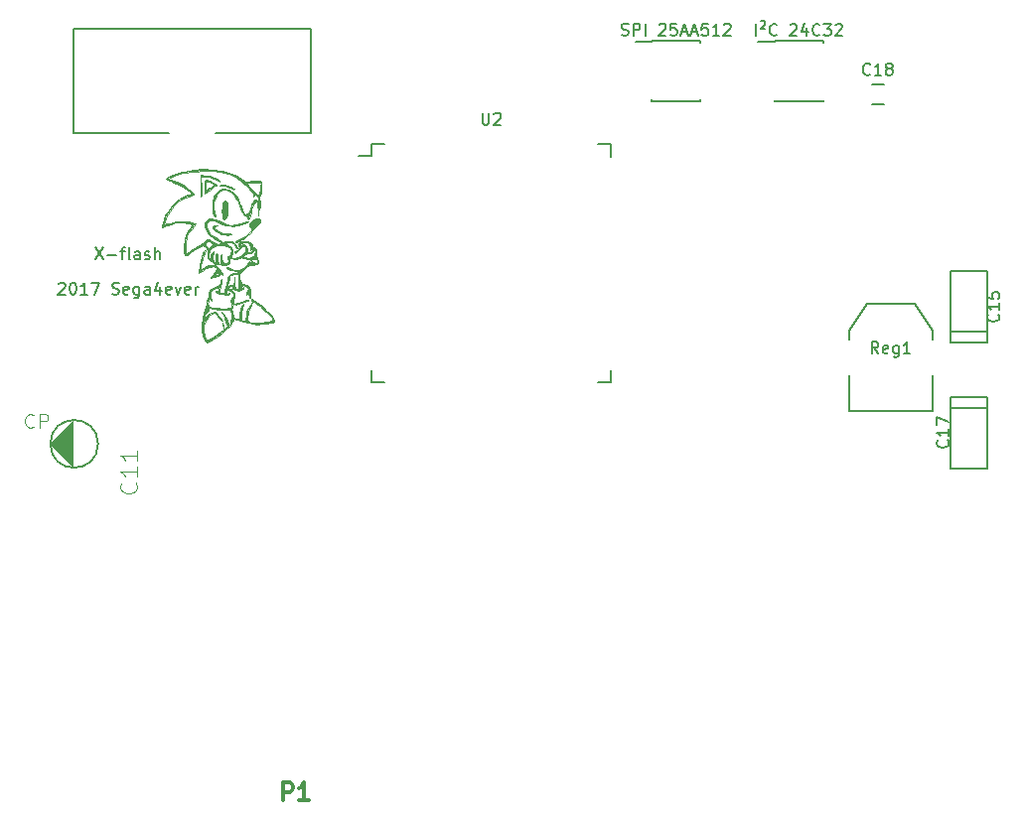
<source format=gto>
G04 #@! TF.FileFunction,Legend,Top*
%FSLAX46Y46*%
G04 Gerber Fmt 4.6, Leading zero omitted, Abs format (unit mm)*
G04 Created by KiCad (PCBNEW (after 2015-may-25 BZR unknown)-product) date 17/02/2017 21:19:06*
%MOMM*%
G01*
G04 APERTURE LIST*
%ADD10C,0.100000*%
%ADD11C,0.200000*%
%ADD12C,0.150000*%
%ADD13C,0.152400*%
%ADD14C,0.115824*%
%ADD15C,0.120650*%
%ADD16C,0.304800*%
G04 APERTURE END LIST*
D10*
D11*
X169121428Y-141397619D02*
X169169047Y-141350000D01*
X169264285Y-141302381D01*
X169502381Y-141302381D01*
X169597619Y-141350000D01*
X169645238Y-141397619D01*
X169692857Y-141492857D01*
X169692857Y-141588095D01*
X169645238Y-141730952D01*
X169073809Y-142302381D01*
X169692857Y-142302381D01*
X170311904Y-141302381D02*
X170407143Y-141302381D01*
X170502381Y-141350000D01*
X170550000Y-141397619D01*
X170597619Y-141492857D01*
X170645238Y-141683333D01*
X170645238Y-141921429D01*
X170597619Y-142111905D01*
X170550000Y-142207143D01*
X170502381Y-142254762D01*
X170407143Y-142302381D01*
X170311904Y-142302381D01*
X170216666Y-142254762D01*
X170169047Y-142207143D01*
X170121428Y-142111905D01*
X170073809Y-141921429D01*
X170073809Y-141683333D01*
X170121428Y-141492857D01*
X170169047Y-141397619D01*
X170216666Y-141350000D01*
X170311904Y-141302381D01*
X171597619Y-142302381D02*
X171026190Y-142302381D01*
X171311904Y-142302381D02*
X171311904Y-141302381D01*
X171216666Y-141445238D01*
X171121428Y-141540476D01*
X171026190Y-141588095D01*
X171930952Y-141302381D02*
X172597619Y-141302381D01*
X172169047Y-142302381D01*
X173692857Y-142254762D02*
X173835714Y-142302381D01*
X174073810Y-142302381D01*
X174169048Y-142254762D01*
X174216667Y-142207143D01*
X174264286Y-142111905D01*
X174264286Y-142016667D01*
X174216667Y-141921429D01*
X174169048Y-141873810D01*
X174073810Y-141826190D01*
X173883333Y-141778571D01*
X173788095Y-141730952D01*
X173740476Y-141683333D01*
X173692857Y-141588095D01*
X173692857Y-141492857D01*
X173740476Y-141397619D01*
X173788095Y-141350000D01*
X173883333Y-141302381D01*
X174121429Y-141302381D01*
X174264286Y-141350000D01*
X175073810Y-142254762D02*
X174978572Y-142302381D01*
X174788095Y-142302381D01*
X174692857Y-142254762D01*
X174645238Y-142159524D01*
X174645238Y-141778571D01*
X174692857Y-141683333D01*
X174788095Y-141635714D01*
X174978572Y-141635714D01*
X175073810Y-141683333D01*
X175121429Y-141778571D01*
X175121429Y-141873810D01*
X174645238Y-141969048D01*
X175978572Y-141635714D02*
X175978572Y-142445238D01*
X175930953Y-142540476D01*
X175883334Y-142588095D01*
X175788095Y-142635714D01*
X175645238Y-142635714D01*
X175550000Y-142588095D01*
X175978572Y-142254762D02*
X175883334Y-142302381D01*
X175692857Y-142302381D01*
X175597619Y-142254762D01*
X175550000Y-142207143D01*
X175502381Y-142111905D01*
X175502381Y-141826190D01*
X175550000Y-141730952D01*
X175597619Y-141683333D01*
X175692857Y-141635714D01*
X175883334Y-141635714D01*
X175978572Y-141683333D01*
X176883334Y-142302381D02*
X176883334Y-141778571D01*
X176835715Y-141683333D01*
X176740477Y-141635714D01*
X176550000Y-141635714D01*
X176454762Y-141683333D01*
X176883334Y-142254762D02*
X176788096Y-142302381D01*
X176550000Y-142302381D01*
X176454762Y-142254762D01*
X176407143Y-142159524D01*
X176407143Y-142064286D01*
X176454762Y-141969048D01*
X176550000Y-141921429D01*
X176788096Y-141921429D01*
X176883334Y-141873810D01*
X177788096Y-141635714D02*
X177788096Y-142302381D01*
X177550000Y-141254762D02*
X177311905Y-141969048D01*
X177930953Y-141969048D01*
X178692858Y-142254762D02*
X178597620Y-142302381D01*
X178407143Y-142302381D01*
X178311905Y-142254762D01*
X178264286Y-142159524D01*
X178264286Y-141778571D01*
X178311905Y-141683333D01*
X178407143Y-141635714D01*
X178597620Y-141635714D01*
X178692858Y-141683333D01*
X178740477Y-141778571D01*
X178740477Y-141873810D01*
X178264286Y-141969048D01*
X179073810Y-141635714D02*
X179311905Y-142302381D01*
X179550001Y-141635714D01*
X180311906Y-142254762D02*
X180216668Y-142302381D01*
X180026191Y-142302381D01*
X179930953Y-142254762D01*
X179883334Y-142159524D01*
X179883334Y-141778571D01*
X179930953Y-141683333D01*
X180026191Y-141635714D01*
X180216668Y-141635714D01*
X180311906Y-141683333D01*
X180359525Y-141778571D01*
X180359525Y-141873810D01*
X179883334Y-141969048D01*
X180788096Y-142302381D02*
X180788096Y-141635714D01*
X180788096Y-141826190D02*
X180835715Y-141730952D01*
X180883334Y-141683333D01*
X180978572Y-141635714D01*
X181073811Y-141635714D01*
X172240476Y-138302381D02*
X172907143Y-139302381D01*
X172907143Y-138302381D02*
X172240476Y-139302381D01*
X173288095Y-138921429D02*
X174050000Y-138921429D01*
X174383333Y-138635714D02*
X174764285Y-138635714D01*
X174526190Y-139302381D02*
X174526190Y-138445238D01*
X174573809Y-138350000D01*
X174669047Y-138302381D01*
X174764285Y-138302381D01*
X175240476Y-139302381D02*
X175145238Y-139254762D01*
X175097619Y-139159524D01*
X175097619Y-138302381D01*
X176050001Y-139302381D02*
X176050001Y-138778571D01*
X176002382Y-138683333D01*
X175907144Y-138635714D01*
X175716667Y-138635714D01*
X175621429Y-138683333D01*
X176050001Y-139254762D02*
X175954763Y-139302381D01*
X175716667Y-139302381D01*
X175621429Y-139254762D01*
X175573810Y-139159524D01*
X175573810Y-139064286D01*
X175621429Y-138969048D01*
X175716667Y-138921429D01*
X175954763Y-138921429D01*
X176050001Y-138873810D01*
X176478572Y-139254762D02*
X176573810Y-139302381D01*
X176764286Y-139302381D01*
X176859525Y-139254762D01*
X176907144Y-139159524D01*
X176907144Y-139111905D01*
X176859525Y-139016667D01*
X176764286Y-138969048D01*
X176621429Y-138969048D01*
X176526191Y-138921429D01*
X176478572Y-138826190D01*
X176478572Y-138778571D01*
X176526191Y-138683333D01*
X176621429Y-138635714D01*
X176764286Y-138635714D01*
X176859525Y-138683333D01*
X177335715Y-139302381D02*
X177335715Y-138302381D01*
X177764287Y-139302381D02*
X177764287Y-138778571D01*
X177716668Y-138683333D01*
X177621430Y-138635714D01*
X177478572Y-138635714D01*
X177383334Y-138683333D01*
X177335715Y-138730952D01*
D12*
D10*
G36*
X187535541Y-144563686D02*
X187514649Y-144658240D01*
X187418870Y-144686013D01*
X187196226Y-144727231D01*
X186887907Y-144774589D01*
X186756425Y-144792731D01*
X186354799Y-144837335D01*
X186026507Y-144844864D01*
X185692045Y-144812457D01*
X185284729Y-144739807D01*
X184916006Y-144658098D01*
X184584427Y-144569640D01*
X184344916Y-144489593D01*
X184291687Y-144465692D01*
X184120737Y-144387601D01*
X184032083Y-144366809D01*
X184030411Y-144368257D01*
X183988780Y-144457678D01*
X183913950Y-144638822D01*
X183905776Y-144659319D01*
X183873754Y-144711770D01*
X183873754Y-144401783D01*
X183855523Y-144023431D01*
X183854139Y-144013253D01*
X183793120Y-143569592D01*
X183358060Y-143613545D01*
X182817813Y-143616528D01*
X182246561Y-143534540D01*
X181977749Y-143463682D01*
X181814642Y-143459295D01*
X181696015Y-143593738D01*
X181690263Y-143604521D01*
X181623283Y-143739525D01*
X181647471Y-143745001D01*
X181767680Y-143641711D01*
X181905008Y-143539395D01*
X181942368Y-143555228D01*
X181882065Y-143672399D01*
X181737667Y-143860774D01*
X181598710Y-144072501D01*
X181529918Y-144268908D01*
X181528253Y-144296329D01*
X181536362Y-144415234D01*
X181575931Y-144400862D01*
X181663091Y-144268667D01*
X181893883Y-143990410D01*
X182152345Y-143823619D01*
X182400220Y-143792243D01*
X182417840Y-143796147D01*
X182576771Y-143892339D01*
X182763924Y-144078424D01*
X182932764Y-144298026D01*
X183036754Y-144494770D01*
X183050000Y-144561975D01*
X183009024Y-144551422D01*
X182904976Y-144428746D01*
X182836717Y-144332768D01*
X182598677Y-144036350D01*
X182382294Y-143896975D01*
X182170889Y-143916184D01*
X181947781Y-144095516D01*
X181696288Y-144436512D01*
X181695245Y-144438138D01*
X181543224Y-144689813D01*
X181468259Y-144883623D01*
X181453111Y-145095448D01*
X181479176Y-145389148D01*
X181539164Y-145770987D01*
X181617307Y-146049792D01*
X181704911Y-146198613D01*
X181745888Y-146216000D01*
X181840632Y-146182442D01*
X182039273Y-146095691D01*
X182229743Y-146007136D01*
X182536187Y-145833253D01*
X182876724Y-145598404D01*
X183110657Y-145410391D01*
X183552314Y-145022509D01*
X183385977Y-144600511D01*
X183262091Y-144308302D01*
X183135911Y-144044283D01*
X183083631Y-143948422D01*
X183004947Y-143811182D01*
X183008929Y-143794422D01*
X183107365Y-143901425D01*
X183169467Y-143972333D01*
X183347768Y-144232885D01*
X183481426Y-144523032D01*
X183488058Y-144543833D01*
X183573871Y-144775325D01*
X183652999Y-144846589D01*
X183744978Y-144764687D01*
X183806939Y-144659124D01*
X183873754Y-144401783D01*
X183873754Y-144711770D01*
X183738087Y-144933992D01*
X183450910Y-145251629D01*
X183077873Y-145582885D01*
X182652606Y-145898411D01*
X182208738Y-146168862D01*
X182126628Y-146211938D01*
X181891273Y-146329074D01*
X181757670Y-146370253D01*
X181675452Y-146333901D01*
X181594248Y-146218442D01*
X181579438Y-146194833D01*
X181437678Y-145852809D01*
X181355322Y-145400234D01*
X181337023Y-144886794D01*
X181387433Y-144362176D01*
X181400848Y-144287469D01*
X181470305Y-143968956D01*
X181541699Y-143713520D01*
X181601349Y-143568922D01*
X181609628Y-143558505D01*
X181667040Y-143421913D01*
X181694848Y-143200233D01*
X181695333Y-143167249D01*
X181729391Y-142912637D01*
X181812129Y-142707835D01*
X181819640Y-142697349D01*
X181913422Y-142490457D01*
X181947937Y-142279000D01*
X181980140Y-142023451D01*
X182091446Y-141857879D01*
X182318718Y-141740434D01*
X182463562Y-141693633D01*
X182700499Y-141607878D01*
X182830394Y-141493342D01*
X182912504Y-141289337D01*
X182933943Y-141211886D01*
X182995255Y-141011798D01*
X183030123Y-140974006D01*
X183040771Y-141051333D01*
X183020619Y-141257141D01*
X182961086Y-141538134D01*
X182921932Y-141679126D01*
X182854277Y-141918109D01*
X182818162Y-142078047D01*
X182817015Y-142115347D01*
X182906911Y-142140969D01*
X183047921Y-142164888D01*
X183174384Y-142166954D01*
X183248032Y-142101370D01*
X183296317Y-141928751D01*
X183322456Y-141771000D01*
X183388522Y-141422673D01*
X183474901Y-141065362D01*
X183502954Y-140967548D01*
X183587366Y-140731525D01*
X183690813Y-140606961D01*
X183870907Y-140540436D01*
X183990418Y-140515567D01*
X184269983Y-140446641D01*
X184422575Y-140378741D01*
X184437161Y-140323458D01*
X184302710Y-140292387D01*
X184205729Y-140289333D01*
X183991503Y-140264308D01*
X183758495Y-140201644D01*
X183554367Y-140119964D01*
X183426779Y-140037887D01*
X183415264Y-139980514D01*
X183510601Y-139986743D01*
X183688176Y-140057766D01*
X183715261Y-140071423D01*
X184116237Y-140197341D01*
X184519000Y-140182998D01*
X184884230Y-140040593D01*
X185172610Y-139782327D01*
X185289734Y-139582950D01*
X185368005Y-139440072D01*
X185410614Y-139435797D01*
X185413760Y-139458836D01*
X185469555Y-139615834D01*
X185514404Y-139659939D01*
X185570774Y-139652998D01*
X185546221Y-139516769D01*
X185484300Y-139315667D01*
X185707605Y-139521979D01*
X185875555Y-139651904D01*
X185986718Y-139660709D01*
X186033718Y-139625482D01*
X186092040Y-139492044D01*
X186044353Y-139376836D01*
X185950843Y-139290762D01*
X185921099Y-139284293D01*
X185921099Y-138521041D01*
X185844000Y-138384333D01*
X185771217Y-138403161D01*
X185759333Y-138462051D01*
X185687483Y-138610548D01*
X185518129Y-138744728D01*
X185320561Y-138821076D01*
X185197409Y-138814934D01*
X185027834Y-138827037D01*
X184891079Y-138911458D01*
X184783811Y-139020008D01*
X184809021Y-139073721D01*
X184966823Y-139115149D01*
X185325252Y-139174123D01*
X185567153Y-139157295D01*
X185730362Y-139058465D01*
X185791929Y-138979979D01*
X185902202Y-138738193D01*
X185921099Y-138521041D01*
X185921099Y-139284293D01*
X185784155Y-139254512D01*
X185498566Y-139258530D01*
X185482828Y-139259465D01*
X185187460Y-139259322D01*
X184939622Y-139228081D01*
X184841210Y-139195737D01*
X184672484Y-139150119D01*
X184616475Y-139188438D01*
X184507544Y-139235865D01*
X184291529Y-139258959D01*
X184166836Y-139258541D01*
X183769667Y-139243749D01*
X184121102Y-139211750D01*
X184388887Y-139141608D01*
X184641824Y-138998717D01*
X184856750Y-138811311D01*
X185010505Y-138607627D01*
X185079928Y-138415900D01*
X185041859Y-138264365D01*
X184949926Y-138201337D01*
X184799533Y-138231246D01*
X184588773Y-138402750D01*
X184536340Y-138457994D01*
X184317661Y-138667287D01*
X184157709Y-138760836D01*
X184074112Y-138730295D01*
X184066000Y-138680667D01*
X184133570Y-138603360D01*
X184179878Y-138596000D01*
X184333670Y-138540028D01*
X184457942Y-138411432D01*
X184508220Y-138269191D01*
X184480334Y-138197534D01*
X184433829Y-138064936D01*
X184484468Y-137927756D01*
X184601652Y-137802173D01*
X184806474Y-137752796D01*
X184918624Y-137749333D01*
X185268032Y-137794054D01*
X185510828Y-137917702D01*
X185624696Y-138104510D01*
X185620688Y-138245436D01*
X185571911Y-138402407D01*
X185571911Y-138043965D01*
X185561778Y-138031555D01*
X185511443Y-138043178D01*
X185505333Y-138088000D01*
X185536311Y-138157690D01*
X185561778Y-138144444D01*
X185571911Y-138043965D01*
X185571911Y-138402407D01*
X185552382Y-138465255D01*
X185494223Y-138525055D01*
X185455453Y-138422556D01*
X185445514Y-138288629D01*
X185400541Y-138026067D01*
X185265914Y-137887231D01*
X185013837Y-137849432D01*
X184913371Y-137854236D01*
X184690427Y-137901717D01*
X184593188Y-138014177D01*
X184586105Y-138042971D01*
X184582898Y-138154918D01*
X184658304Y-138125544D01*
X184670068Y-138116222D01*
X184855464Y-138052733D01*
X185030480Y-138123193D01*
X185146112Y-138296680D01*
X185166667Y-138429562D01*
X185183646Y-138610645D01*
X185265861Y-138670851D01*
X185399500Y-138665124D01*
X185589683Y-138596162D01*
X185660037Y-138442884D01*
X185730645Y-138291391D01*
X185829370Y-138275784D01*
X185916932Y-138333193D01*
X185960248Y-138485381D01*
X185971000Y-138741047D01*
X185990468Y-139012483D01*
X186040130Y-139220570D01*
X186076833Y-139284913D01*
X186181771Y-139467607D01*
X186142796Y-139625939D01*
X185985320Y-139737265D01*
X185734753Y-139778942D01*
X185543818Y-139759875D01*
X185360299Y-139769713D01*
X185203008Y-139902769D01*
X185160315Y-139959587D01*
X184967732Y-140173065D01*
X184758719Y-140336046D01*
X184623864Y-140430749D01*
X184562797Y-140542832D01*
X184556766Y-140729698D01*
X184572287Y-140906758D01*
X184605976Y-141163994D01*
X184661254Y-141301331D01*
X184770860Y-141367836D01*
X184900865Y-141399217D01*
X185128546Y-141471650D01*
X185288717Y-141567410D01*
X185292921Y-141571722D01*
X185368301Y-141720829D01*
X185427810Y-141956711D01*
X185464181Y-142220881D01*
X185470143Y-142454848D01*
X185438428Y-142600124D01*
X185422749Y-142616379D01*
X185357467Y-142588669D01*
X185336000Y-142455987D01*
X185307794Y-142302715D01*
X185212200Y-142289511D01*
X185209000Y-142290715D01*
X185100069Y-142305667D01*
X185105796Y-142215914D01*
X185208543Y-142037579D01*
X185287959Y-141868624D01*
X185249311Y-141736920D01*
X185229710Y-141710440D01*
X185059753Y-141567626D01*
X184873037Y-141509015D01*
X184727431Y-141546509D01*
X184690123Y-141599480D01*
X184673219Y-141747735D01*
X184733642Y-141803862D01*
X184829002Y-141729810D01*
X184831307Y-141726215D01*
X184894821Y-141648924D01*
X184911200Y-141727680D01*
X184911370Y-141740411D01*
X184837876Y-141846911D01*
X184654829Y-141925920D01*
X184421601Y-141961659D01*
X184197568Y-141938350D01*
X184183199Y-141933915D01*
X183985956Y-141870579D01*
X183904837Y-141845214D01*
X183835149Y-141798456D01*
X183908326Y-141716115D01*
X183922581Y-141705170D01*
X184023597Y-141534651D01*
X184082761Y-141217842D01*
X184089248Y-141136000D01*
X184105309Y-140898205D01*
X184115599Y-140806091D01*
X184123071Y-140866481D01*
X184130674Y-141086199D01*
X184135005Y-141241833D01*
X184148837Y-141547538D01*
X184176975Y-141720383D01*
X184230974Y-141796818D01*
X184316178Y-141813333D01*
X184400512Y-141798488D01*
X184448298Y-141730525D01*
X184467779Y-141574303D01*
X184467197Y-141294680D01*
X184464345Y-141181576D01*
X184447000Y-140549818D01*
X184108333Y-140600691D01*
X183889327Y-140637679D01*
X183756614Y-140667819D01*
X183742609Y-140673895D01*
X183708612Y-140761072D01*
X183647686Y-140964920D01*
X183586505Y-141190397D01*
X183518723Y-141467614D01*
X183499463Y-141627450D01*
X183529900Y-141715104D01*
X183601568Y-141770117D01*
X183896303Y-141960752D01*
X184062046Y-142120086D01*
X184124991Y-142284575D01*
X184112911Y-142481802D01*
X184061296Y-142789464D01*
X184037124Y-142942523D01*
X184037124Y-142451252D01*
X184034513Y-142282973D01*
X183879152Y-142119987D01*
X183833167Y-142086981D01*
X183593579Y-141925646D01*
X183460470Y-141858882D01*
X183402637Y-141882682D01*
X183388878Y-141993037D01*
X183388667Y-142029878D01*
X183411653Y-142190343D01*
X183504334Y-142223213D01*
X183558117Y-142212104D01*
X183672703Y-142206528D01*
X183680120Y-142244562D01*
X183561837Y-142300355D01*
X183341440Y-142311090D01*
X183070211Y-142285144D01*
X182799436Y-142230892D01*
X182580399Y-142156708D01*
X182464385Y-142070969D01*
X182457333Y-142044873D01*
X182518793Y-141998148D01*
X182575990Y-142010083D01*
X182692300Y-141981619D01*
X182736376Y-141896047D01*
X182742811Y-141790468D01*
X182655655Y-141765599D01*
X182511885Y-141786820D01*
X182290288Y-141847686D01*
X182139833Y-141920281D01*
X182057033Y-142077271D01*
X182039300Y-142320553D01*
X182087302Y-142579806D01*
X182132528Y-142686733D01*
X182191949Y-142811438D01*
X182156747Y-142808207D01*
X182096099Y-142760367D01*
X181981314Y-142699393D01*
X181894964Y-142775838D01*
X181865881Y-142827065D01*
X181806837Y-143072602D01*
X181906427Y-143271207D01*
X182141833Y-143401682D01*
X182368125Y-143447216D01*
X182688666Y-143479561D01*
X183047289Y-143496860D01*
X183387826Y-143497257D01*
X183654109Y-143478894D01*
X183762742Y-143455275D01*
X183854040Y-143348756D01*
X183895007Y-143168584D01*
X183879574Y-142992093D01*
X183806475Y-142898047D01*
X183790649Y-142822778D01*
X183882061Y-142677004D01*
X183891142Y-142666370D01*
X184037124Y-142451252D01*
X184037124Y-142942523D01*
X184011780Y-143103004D01*
X184011474Y-143105031D01*
X183965655Y-143320285D01*
X183913114Y-143450175D01*
X183902311Y-143460845D01*
X183883335Y-143558061D01*
X183905364Y-143760943D01*
X183929254Y-143878258D01*
X184032511Y-144170739D01*
X184185525Y-144332293D01*
X184221940Y-144351114D01*
X184384957Y-144408679D01*
X184461352Y-144409537D01*
X184494482Y-144312768D01*
X184540165Y-144104898D01*
X184566163Y-143961867D01*
X184632691Y-143645351D01*
X184712955Y-143371108D01*
X184793424Y-143176371D01*
X184860564Y-143098375D01*
X184877662Y-143104773D01*
X184876432Y-143203412D01*
X184818578Y-143394875D01*
X184790626Y-143465522D01*
X184703985Y-143764550D01*
X184660028Y-144095617D01*
X184658667Y-144152006D01*
X184668021Y-144383058D01*
X184713561Y-144490975D01*
X184821500Y-144521659D01*
X184870333Y-144522667D01*
X185005144Y-144504948D01*
X185066141Y-144420444D01*
X185081799Y-144222136D01*
X185082000Y-144173139D01*
X185152815Y-143778666D01*
X185345088Y-143363783D01*
X185513347Y-143084896D01*
X185609234Y-142956347D01*
X185629546Y-142973911D01*
X185571075Y-143133361D01*
X185430618Y-143430474D01*
X185416694Y-143458181D01*
X185260166Y-143833528D01*
X185178596Y-144172734D01*
X185175200Y-144443018D01*
X185253198Y-144611596D01*
X185300591Y-144640608D01*
X185464460Y-144668461D01*
X185747119Y-144684724D01*
X186098427Y-144689480D01*
X186468244Y-144682814D01*
X186806429Y-144664811D01*
X187050500Y-144637657D01*
X187258881Y-144576797D01*
X187364070Y-144492763D01*
X187368000Y-144474081D01*
X187305106Y-144329506D01*
X187136572Y-144111750D01*
X186892619Y-143848701D01*
X186603468Y-143568251D01*
X186299340Y-143298288D01*
X186010457Y-143066702D01*
X185767041Y-142901383D01*
X185599311Y-142830221D01*
X185585755Y-142829333D01*
X185508016Y-142764441D01*
X185505333Y-142742138D01*
X185562826Y-142704976D01*
X185718785Y-142766786D01*
X185948432Y-142910417D01*
X186226988Y-143118719D01*
X186529674Y-143374540D01*
X186830032Y-143659038D01*
X187202763Y-144055956D01*
X187438093Y-144357738D01*
X187535541Y-144563686D01*
X187535541Y-144563686D01*
X187535541Y-144563686D01*
G37*
X187535541Y-144563686D02*
X187514649Y-144658240D01*
X187418870Y-144686013D01*
X187196226Y-144727231D01*
X186887907Y-144774589D01*
X186756425Y-144792731D01*
X186354799Y-144837335D01*
X186026507Y-144844864D01*
X185692045Y-144812457D01*
X185284729Y-144739807D01*
X184916006Y-144658098D01*
X184584427Y-144569640D01*
X184344916Y-144489593D01*
X184291687Y-144465692D01*
X184120737Y-144387601D01*
X184032083Y-144366809D01*
X184030411Y-144368257D01*
X183988780Y-144457678D01*
X183913950Y-144638822D01*
X183905776Y-144659319D01*
X183873754Y-144711770D01*
X183873754Y-144401783D01*
X183855523Y-144023431D01*
X183854139Y-144013253D01*
X183793120Y-143569592D01*
X183358060Y-143613545D01*
X182817813Y-143616528D01*
X182246561Y-143534540D01*
X181977749Y-143463682D01*
X181814642Y-143459295D01*
X181696015Y-143593738D01*
X181690263Y-143604521D01*
X181623283Y-143739525D01*
X181647471Y-143745001D01*
X181767680Y-143641711D01*
X181905008Y-143539395D01*
X181942368Y-143555228D01*
X181882065Y-143672399D01*
X181737667Y-143860774D01*
X181598710Y-144072501D01*
X181529918Y-144268908D01*
X181528253Y-144296329D01*
X181536362Y-144415234D01*
X181575931Y-144400862D01*
X181663091Y-144268667D01*
X181893883Y-143990410D01*
X182152345Y-143823619D01*
X182400220Y-143792243D01*
X182417840Y-143796147D01*
X182576771Y-143892339D01*
X182763924Y-144078424D01*
X182932764Y-144298026D01*
X183036754Y-144494770D01*
X183050000Y-144561975D01*
X183009024Y-144551422D01*
X182904976Y-144428746D01*
X182836717Y-144332768D01*
X182598677Y-144036350D01*
X182382294Y-143896975D01*
X182170889Y-143916184D01*
X181947781Y-144095516D01*
X181696288Y-144436512D01*
X181695245Y-144438138D01*
X181543224Y-144689813D01*
X181468259Y-144883623D01*
X181453111Y-145095448D01*
X181479176Y-145389148D01*
X181539164Y-145770987D01*
X181617307Y-146049792D01*
X181704911Y-146198613D01*
X181745888Y-146216000D01*
X181840632Y-146182442D01*
X182039273Y-146095691D01*
X182229743Y-146007136D01*
X182536187Y-145833253D01*
X182876724Y-145598404D01*
X183110657Y-145410391D01*
X183552314Y-145022509D01*
X183385977Y-144600511D01*
X183262091Y-144308302D01*
X183135911Y-144044283D01*
X183083631Y-143948422D01*
X183004947Y-143811182D01*
X183008929Y-143794422D01*
X183107365Y-143901425D01*
X183169467Y-143972333D01*
X183347768Y-144232885D01*
X183481426Y-144523032D01*
X183488058Y-144543833D01*
X183573871Y-144775325D01*
X183652999Y-144846589D01*
X183744978Y-144764687D01*
X183806939Y-144659124D01*
X183873754Y-144401783D01*
X183873754Y-144711770D01*
X183738087Y-144933992D01*
X183450910Y-145251629D01*
X183077873Y-145582885D01*
X182652606Y-145898411D01*
X182208738Y-146168862D01*
X182126628Y-146211938D01*
X181891273Y-146329074D01*
X181757670Y-146370253D01*
X181675452Y-146333901D01*
X181594248Y-146218442D01*
X181579438Y-146194833D01*
X181437678Y-145852809D01*
X181355322Y-145400234D01*
X181337023Y-144886794D01*
X181387433Y-144362176D01*
X181400848Y-144287469D01*
X181470305Y-143968956D01*
X181541699Y-143713520D01*
X181601349Y-143568922D01*
X181609628Y-143558505D01*
X181667040Y-143421913D01*
X181694848Y-143200233D01*
X181695333Y-143167249D01*
X181729391Y-142912637D01*
X181812129Y-142707835D01*
X181819640Y-142697349D01*
X181913422Y-142490457D01*
X181947937Y-142279000D01*
X181980140Y-142023451D01*
X182091446Y-141857879D01*
X182318718Y-141740434D01*
X182463562Y-141693633D01*
X182700499Y-141607878D01*
X182830394Y-141493342D01*
X182912504Y-141289337D01*
X182933943Y-141211886D01*
X182995255Y-141011798D01*
X183030123Y-140974006D01*
X183040771Y-141051333D01*
X183020619Y-141257141D01*
X182961086Y-141538134D01*
X182921932Y-141679126D01*
X182854277Y-141918109D01*
X182818162Y-142078047D01*
X182817015Y-142115347D01*
X182906911Y-142140969D01*
X183047921Y-142164888D01*
X183174384Y-142166954D01*
X183248032Y-142101370D01*
X183296317Y-141928751D01*
X183322456Y-141771000D01*
X183388522Y-141422673D01*
X183474901Y-141065362D01*
X183502954Y-140967548D01*
X183587366Y-140731525D01*
X183690813Y-140606961D01*
X183870907Y-140540436D01*
X183990418Y-140515567D01*
X184269983Y-140446641D01*
X184422575Y-140378741D01*
X184437161Y-140323458D01*
X184302710Y-140292387D01*
X184205729Y-140289333D01*
X183991503Y-140264308D01*
X183758495Y-140201644D01*
X183554367Y-140119964D01*
X183426779Y-140037887D01*
X183415264Y-139980514D01*
X183510601Y-139986743D01*
X183688176Y-140057766D01*
X183715261Y-140071423D01*
X184116237Y-140197341D01*
X184519000Y-140182998D01*
X184884230Y-140040593D01*
X185172610Y-139782327D01*
X185289734Y-139582950D01*
X185368005Y-139440072D01*
X185410614Y-139435797D01*
X185413760Y-139458836D01*
X185469555Y-139615834D01*
X185514404Y-139659939D01*
X185570774Y-139652998D01*
X185546221Y-139516769D01*
X185484300Y-139315667D01*
X185707605Y-139521979D01*
X185875555Y-139651904D01*
X185986718Y-139660709D01*
X186033718Y-139625482D01*
X186092040Y-139492044D01*
X186044353Y-139376836D01*
X185950843Y-139290762D01*
X185921099Y-139284293D01*
X185921099Y-138521041D01*
X185844000Y-138384333D01*
X185771217Y-138403161D01*
X185759333Y-138462051D01*
X185687483Y-138610548D01*
X185518129Y-138744728D01*
X185320561Y-138821076D01*
X185197409Y-138814934D01*
X185027834Y-138827037D01*
X184891079Y-138911458D01*
X184783811Y-139020008D01*
X184809021Y-139073721D01*
X184966823Y-139115149D01*
X185325252Y-139174123D01*
X185567153Y-139157295D01*
X185730362Y-139058465D01*
X185791929Y-138979979D01*
X185902202Y-138738193D01*
X185921099Y-138521041D01*
X185921099Y-139284293D01*
X185784155Y-139254512D01*
X185498566Y-139258530D01*
X185482828Y-139259465D01*
X185187460Y-139259322D01*
X184939622Y-139228081D01*
X184841210Y-139195737D01*
X184672484Y-139150119D01*
X184616475Y-139188438D01*
X184507544Y-139235865D01*
X184291529Y-139258959D01*
X184166836Y-139258541D01*
X183769667Y-139243749D01*
X184121102Y-139211750D01*
X184388887Y-139141608D01*
X184641824Y-138998717D01*
X184856750Y-138811311D01*
X185010505Y-138607627D01*
X185079928Y-138415900D01*
X185041859Y-138264365D01*
X184949926Y-138201337D01*
X184799533Y-138231246D01*
X184588773Y-138402750D01*
X184536340Y-138457994D01*
X184317661Y-138667287D01*
X184157709Y-138760836D01*
X184074112Y-138730295D01*
X184066000Y-138680667D01*
X184133570Y-138603360D01*
X184179878Y-138596000D01*
X184333670Y-138540028D01*
X184457942Y-138411432D01*
X184508220Y-138269191D01*
X184480334Y-138197534D01*
X184433829Y-138064936D01*
X184484468Y-137927756D01*
X184601652Y-137802173D01*
X184806474Y-137752796D01*
X184918624Y-137749333D01*
X185268032Y-137794054D01*
X185510828Y-137917702D01*
X185624696Y-138104510D01*
X185620688Y-138245436D01*
X185571911Y-138402407D01*
X185571911Y-138043965D01*
X185561778Y-138031555D01*
X185511443Y-138043178D01*
X185505333Y-138088000D01*
X185536311Y-138157690D01*
X185561778Y-138144444D01*
X185571911Y-138043965D01*
X185571911Y-138402407D01*
X185552382Y-138465255D01*
X185494223Y-138525055D01*
X185455453Y-138422556D01*
X185445514Y-138288629D01*
X185400541Y-138026067D01*
X185265914Y-137887231D01*
X185013837Y-137849432D01*
X184913371Y-137854236D01*
X184690427Y-137901717D01*
X184593188Y-138014177D01*
X184586105Y-138042971D01*
X184582898Y-138154918D01*
X184658304Y-138125544D01*
X184670068Y-138116222D01*
X184855464Y-138052733D01*
X185030480Y-138123193D01*
X185146112Y-138296680D01*
X185166667Y-138429562D01*
X185183646Y-138610645D01*
X185265861Y-138670851D01*
X185399500Y-138665124D01*
X185589683Y-138596162D01*
X185660037Y-138442884D01*
X185730645Y-138291391D01*
X185829370Y-138275784D01*
X185916932Y-138333193D01*
X185960248Y-138485381D01*
X185971000Y-138741047D01*
X185990468Y-139012483D01*
X186040130Y-139220570D01*
X186076833Y-139284913D01*
X186181771Y-139467607D01*
X186142796Y-139625939D01*
X185985320Y-139737265D01*
X185734753Y-139778942D01*
X185543818Y-139759875D01*
X185360299Y-139769713D01*
X185203008Y-139902769D01*
X185160315Y-139959587D01*
X184967732Y-140173065D01*
X184758719Y-140336046D01*
X184623864Y-140430749D01*
X184562797Y-140542832D01*
X184556766Y-140729698D01*
X184572287Y-140906758D01*
X184605976Y-141163994D01*
X184661254Y-141301331D01*
X184770860Y-141367836D01*
X184900865Y-141399217D01*
X185128546Y-141471650D01*
X185288717Y-141567410D01*
X185292921Y-141571722D01*
X185368301Y-141720829D01*
X185427810Y-141956711D01*
X185464181Y-142220881D01*
X185470143Y-142454848D01*
X185438428Y-142600124D01*
X185422749Y-142616379D01*
X185357467Y-142588669D01*
X185336000Y-142455987D01*
X185307794Y-142302715D01*
X185212200Y-142289511D01*
X185209000Y-142290715D01*
X185100069Y-142305667D01*
X185105796Y-142215914D01*
X185208543Y-142037579D01*
X185287959Y-141868624D01*
X185249311Y-141736920D01*
X185229710Y-141710440D01*
X185059753Y-141567626D01*
X184873037Y-141509015D01*
X184727431Y-141546509D01*
X184690123Y-141599480D01*
X184673219Y-141747735D01*
X184733642Y-141803862D01*
X184829002Y-141729810D01*
X184831307Y-141726215D01*
X184894821Y-141648924D01*
X184911200Y-141727680D01*
X184911370Y-141740411D01*
X184837876Y-141846911D01*
X184654829Y-141925920D01*
X184421601Y-141961659D01*
X184197568Y-141938350D01*
X184183199Y-141933915D01*
X183985956Y-141870579D01*
X183904837Y-141845214D01*
X183835149Y-141798456D01*
X183908326Y-141716115D01*
X183922581Y-141705170D01*
X184023597Y-141534651D01*
X184082761Y-141217842D01*
X184089248Y-141136000D01*
X184105309Y-140898205D01*
X184115599Y-140806091D01*
X184123071Y-140866481D01*
X184130674Y-141086199D01*
X184135005Y-141241833D01*
X184148837Y-141547538D01*
X184176975Y-141720383D01*
X184230974Y-141796818D01*
X184316178Y-141813333D01*
X184400512Y-141798488D01*
X184448298Y-141730525D01*
X184467779Y-141574303D01*
X184467197Y-141294680D01*
X184464345Y-141181576D01*
X184447000Y-140549818D01*
X184108333Y-140600691D01*
X183889327Y-140637679D01*
X183756614Y-140667819D01*
X183742609Y-140673895D01*
X183708612Y-140761072D01*
X183647686Y-140964920D01*
X183586505Y-141190397D01*
X183518723Y-141467614D01*
X183499463Y-141627450D01*
X183529900Y-141715104D01*
X183601568Y-141770117D01*
X183896303Y-141960752D01*
X184062046Y-142120086D01*
X184124991Y-142284575D01*
X184112911Y-142481802D01*
X184061296Y-142789464D01*
X184037124Y-142942523D01*
X184037124Y-142451252D01*
X184034513Y-142282973D01*
X183879152Y-142119987D01*
X183833167Y-142086981D01*
X183593579Y-141925646D01*
X183460470Y-141858882D01*
X183402637Y-141882682D01*
X183388878Y-141993037D01*
X183388667Y-142029878D01*
X183411653Y-142190343D01*
X183504334Y-142223213D01*
X183558117Y-142212104D01*
X183672703Y-142206528D01*
X183680120Y-142244562D01*
X183561837Y-142300355D01*
X183341440Y-142311090D01*
X183070211Y-142285144D01*
X182799436Y-142230892D01*
X182580399Y-142156708D01*
X182464385Y-142070969D01*
X182457333Y-142044873D01*
X182518793Y-141998148D01*
X182575990Y-142010083D01*
X182692300Y-141981619D01*
X182736376Y-141896047D01*
X182742811Y-141790468D01*
X182655655Y-141765599D01*
X182511885Y-141786820D01*
X182290288Y-141847686D01*
X182139833Y-141920281D01*
X182057033Y-142077271D01*
X182039300Y-142320553D01*
X182087302Y-142579806D01*
X182132528Y-142686733D01*
X182191949Y-142811438D01*
X182156747Y-142808207D01*
X182096099Y-142760367D01*
X181981314Y-142699393D01*
X181894964Y-142775838D01*
X181865881Y-142827065D01*
X181806837Y-143072602D01*
X181906427Y-143271207D01*
X182141833Y-143401682D01*
X182368125Y-143447216D01*
X182688666Y-143479561D01*
X183047289Y-143496860D01*
X183387826Y-143497257D01*
X183654109Y-143478894D01*
X183762742Y-143455275D01*
X183854040Y-143348756D01*
X183895007Y-143168584D01*
X183879574Y-142992093D01*
X183806475Y-142898047D01*
X183790649Y-142822778D01*
X183882061Y-142677004D01*
X183891142Y-142666370D01*
X184037124Y-142451252D01*
X184037124Y-142942523D01*
X184011780Y-143103004D01*
X184011474Y-143105031D01*
X183965655Y-143320285D01*
X183913114Y-143450175D01*
X183902311Y-143460845D01*
X183883335Y-143558061D01*
X183905364Y-143760943D01*
X183929254Y-143878258D01*
X184032511Y-144170739D01*
X184185525Y-144332293D01*
X184221940Y-144351114D01*
X184384957Y-144408679D01*
X184461352Y-144409537D01*
X184494482Y-144312768D01*
X184540165Y-144104898D01*
X184566163Y-143961867D01*
X184632691Y-143645351D01*
X184712955Y-143371108D01*
X184793424Y-143176371D01*
X184860564Y-143098375D01*
X184877662Y-143104773D01*
X184876432Y-143203412D01*
X184818578Y-143394875D01*
X184790626Y-143465522D01*
X184703985Y-143764550D01*
X184660028Y-144095617D01*
X184658667Y-144152006D01*
X184668021Y-144383058D01*
X184713561Y-144490975D01*
X184821500Y-144521659D01*
X184870333Y-144522667D01*
X185005144Y-144504948D01*
X185066141Y-144420444D01*
X185081799Y-144222136D01*
X185082000Y-144173139D01*
X185152815Y-143778666D01*
X185345088Y-143363783D01*
X185513347Y-143084896D01*
X185609234Y-142956347D01*
X185629546Y-142973911D01*
X185571075Y-143133361D01*
X185430618Y-143430474D01*
X185416694Y-143458181D01*
X185260166Y-143833528D01*
X185178596Y-144172734D01*
X185175200Y-144443018D01*
X185253198Y-144611596D01*
X185300591Y-144640608D01*
X185464460Y-144668461D01*
X185747119Y-144684724D01*
X186098427Y-144689480D01*
X186468244Y-144682814D01*
X186806429Y-144664811D01*
X187050500Y-144637657D01*
X187258881Y-144576797D01*
X187364070Y-144492763D01*
X187368000Y-144474081D01*
X187305106Y-144329506D01*
X187136572Y-144111750D01*
X186892619Y-143848701D01*
X186603468Y-143568251D01*
X186299340Y-143298288D01*
X186010457Y-143066702D01*
X185767041Y-142901383D01*
X185599311Y-142830221D01*
X185585755Y-142829333D01*
X185508016Y-142764441D01*
X185505333Y-142742138D01*
X185562826Y-142704976D01*
X185718785Y-142766786D01*
X185948432Y-142910417D01*
X186226988Y-143118719D01*
X186529674Y-143374540D01*
X186830032Y-143659038D01*
X187202763Y-144055956D01*
X187438093Y-144357738D01*
X187535541Y-144563686D01*
X187535541Y-144563686D01*
G36*
X185273398Y-142766132D02*
X185271237Y-142809856D01*
X185145408Y-142881990D01*
X184935756Y-142966929D01*
X184682125Y-143049070D01*
X184424361Y-143112812D01*
X184355993Y-143125383D01*
X184157637Y-143149967D01*
X184108771Y-143129639D01*
X184150667Y-143090965D01*
X184337231Y-143017116D01*
X184472371Y-142999963D01*
X184685423Y-142960089D01*
X184922611Y-142866524D01*
X185123251Y-142784801D01*
X185266490Y-142764310D01*
X185273398Y-142766132D01*
X185273398Y-142766132D01*
X185273398Y-142766132D01*
G37*
X185273398Y-142766132D02*
X185271237Y-142809856D01*
X185145408Y-142881990D01*
X184935756Y-142966929D01*
X184682125Y-143049070D01*
X184424361Y-143112812D01*
X184355993Y-143125383D01*
X184157637Y-143149967D01*
X184108771Y-143129639D01*
X184150667Y-143090965D01*
X184337231Y-143017116D01*
X184472371Y-142999963D01*
X184685423Y-142960089D01*
X184922611Y-142866524D01*
X185123251Y-142784801D01*
X185266490Y-142764310D01*
X185273398Y-142766132D01*
X185273398Y-142766132D01*
G36*
X183939212Y-141488990D02*
X183895675Y-141541510D01*
X183763499Y-141615755D01*
X183614558Y-141663838D01*
X183558000Y-141641739D01*
X183626503Y-141568752D01*
X183772531Y-141502045D01*
X183906856Y-141477370D01*
X183939212Y-141488990D01*
X183939212Y-141488990D01*
X183939212Y-141488990D01*
G37*
X183939212Y-141488990D02*
X183895675Y-141541510D01*
X183763499Y-141615755D01*
X183614558Y-141663838D01*
X183558000Y-141641739D01*
X183626503Y-141568752D01*
X183772531Y-141502045D01*
X183906856Y-141477370D01*
X183939212Y-141488990D01*
X183939212Y-141488990D01*
G36*
X183132092Y-140644125D02*
X183100290Y-140680374D01*
X183041833Y-140604359D01*
X182968001Y-140505059D01*
X182892606Y-140531796D01*
X182827099Y-140604094D01*
X182827099Y-140420619D01*
X182824222Y-140345778D01*
X182731897Y-140353230D01*
X182598551Y-140442843D01*
X182487652Y-140563526D01*
X182457333Y-140641122D01*
X182505973Y-140710428D01*
X182627642Y-140661205D01*
X182740729Y-140557629D01*
X182827099Y-140420619D01*
X182827099Y-140604094D01*
X182811575Y-140621228D01*
X182633314Y-140748319D01*
X182385484Y-140838054D01*
X182352848Y-140844539D01*
X182036697Y-140900339D01*
X182331682Y-140578291D01*
X182533962Y-140335121D01*
X182614045Y-140164944D01*
X182581190Y-140034017D01*
X182503134Y-139953545D01*
X182300565Y-139889140D01*
X182011631Y-139936851D01*
X181668882Y-140088241D01*
X181448948Y-140226731D01*
X181075563Y-140488652D01*
X181131919Y-139882289D01*
X181193512Y-139480677D01*
X181292840Y-139101060D01*
X181374008Y-138893629D01*
X181517063Y-138629608D01*
X181604260Y-138522810D01*
X181624941Y-138567265D01*
X181568449Y-138757008D01*
X181485110Y-138955833D01*
X181384120Y-139217590D01*
X181295316Y-139513936D01*
X181227928Y-139801993D01*
X181191186Y-140038882D01*
X181194319Y-140181725D01*
X181216293Y-140204667D01*
X181309520Y-140161195D01*
X181488118Y-140051618D01*
X181576388Y-139993000D01*
X181915984Y-139829039D01*
X182197219Y-139781333D01*
X182397203Y-139802367D01*
X182561824Y-139887616D01*
X182746152Y-140070303D01*
X182820404Y-140157292D01*
X182991185Y-140380119D01*
X183104246Y-140563199D01*
X183132092Y-140644125D01*
X183132092Y-140644125D01*
X183132092Y-140644125D01*
G37*
X183132092Y-140644125D02*
X183100290Y-140680374D01*
X183041833Y-140604359D01*
X182968001Y-140505059D01*
X182892606Y-140531796D01*
X182827099Y-140604094D01*
X182827099Y-140420619D01*
X182824222Y-140345778D01*
X182731897Y-140353230D01*
X182598551Y-140442843D01*
X182487652Y-140563526D01*
X182457333Y-140641122D01*
X182505973Y-140710428D01*
X182627642Y-140661205D01*
X182740729Y-140557629D01*
X182827099Y-140420619D01*
X182827099Y-140604094D01*
X182811575Y-140621228D01*
X182633314Y-140748319D01*
X182385484Y-140838054D01*
X182352848Y-140844539D01*
X182036697Y-140900339D01*
X182331682Y-140578291D01*
X182533962Y-140335121D01*
X182614045Y-140164944D01*
X182581190Y-140034017D01*
X182503134Y-139953545D01*
X182300565Y-139889140D01*
X182011631Y-139936851D01*
X181668882Y-140088241D01*
X181448948Y-140226731D01*
X181075563Y-140488652D01*
X181131919Y-139882289D01*
X181193512Y-139480677D01*
X181292840Y-139101060D01*
X181374008Y-138893629D01*
X181517063Y-138629608D01*
X181604260Y-138522810D01*
X181624941Y-138567265D01*
X181568449Y-138757008D01*
X181485110Y-138955833D01*
X181384120Y-139217590D01*
X181295316Y-139513936D01*
X181227928Y-139801993D01*
X181191186Y-140038882D01*
X181194319Y-140181725D01*
X181216293Y-140204667D01*
X181309520Y-140161195D01*
X181488118Y-140051618D01*
X181576388Y-139993000D01*
X181915984Y-139829039D01*
X182197219Y-139781333D01*
X182397203Y-139802367D01*
X182561824Y-139887616D01*
X182746152Y-140070303D01*
X182820404Y-140157292D01*
X182991185Y-140380119D01*
X183104246Y-140563199D01*
X183132092Y-140644125D01*
X183132092Y-140644125D01*
G36*
X186434625Y-132924659D02*
X186421640Y-133215008D01*
X186420430Y-133234124D01*
X186387650Y-133525930D01*
X186352000Y-133680312D01*
X186352000Y-132754000D01*
X185756354Y-132754000D01*
X185456835Y-132759518D01*
X185281736Y-132789429D01*
X185230058Y-132863762D01*
X185300802Y-133002551D01*
X185492968Y-133225826D01*
X185720846Y-133465633D01*
X186120318Y-133880933D01*
X186233159Y-133677300D01*
X186306667Y-133460493D01*
X186346746Y-133179713D01*
X186349000Y-133113833D01*
X186352000Y-132754000D01*
X186352000Y-133680312D01*
X186336485Y-133747501D01*
X186283335Y-133844777D01*
X186228854Y-133931412D01*
X186228154Y-134114084D01*
X186267333Y-134362666D01*
X186307353Y-134658525D01*
X186295782Y-134834367D01*
X186273951Y-134866577D01*
X186218967Y-134974121D01*
X186173411Y-135187750D01*
X186160959Y-135295391D01*
X186142485Y-135484310D01*
X186130232Y-135529336D01*
X186120906Y-135421891D01*
X186111636Y-135167000D01*
X186084664Y-134744214D01*
X186036199Y-134447861D01*
X185969684Y-134295211D01*
X185934372Y-134278000D01*
X185867692Y-134350735D01*
X185772610Y-134535393D01*
X185669197Y-134781647D01*
X185577527Y-135039175D01*
X185517673Y-135257650D01*
X185505333Y-135353624D01*
X185477448Y-135576228D01*
X185409004Y-135779534D01*
X185322815Y-135911819D01*
X185251492Y-135929098D01*
X185180954Y-135809933D01*
X185166667Y-135707340D01*
X185135772Y-135591622D01*
X185088780Y-135586143D01*
X184984485Y-135563468D01*
X184851517Y-135426919D01*
X184721929Y-135220691D01*
X184627771Y-134988982D01*
X184613085Y-134930191D01*
X184542204Y-134708548D01*
X184417427Y-134412895D01*
X184300425Y-134174650D01*
X184037014Y-133792096D01*
X183729741Y-133531715D01*
X183403844Y-133398288D01*
X183084565Y-133396597D01*
X182797142Y-133531422D01*
X182566815Y-133807545D01*
X182548105Y-133842699D01*
X182362601Y-134362833D01*
X182323798Y-134886624D01*
X182404679Y-135291577D01*
X182481601Y-135546676D01*
X182500370Y-135683446D01*
X182462912Y-135687681D01*
X182371153Y-135545171D01*
X182370467Y-135543891D01*
X182264916Y-135222647D01*
X182220975Y-134813032D01*
X182240348Y-134385059D01*
X182324739Y-134008740D01*
X182332574Y-133987582D01*
X182549938Y-133591274D01*
X182836748Y-133348745D01*
X183186252Y-133262556D01*
X183591701Y-133335266D01*
X183806841Y-133428701D01*
X184060517Y-133599272D01*
X184272218Y-133844270D01*
X184462604Y-134194535D01*
X184652336Y-134680908D01*
X184659411Y-134701333D01*
X184814106Y-135112223D01*
X184946499Y-135362724D01*
X185069451Y-135458090D01*
X185195825Y-135403577D01*
X185338483Y-135204436D01*
X185436690Y-135018833D01*
X185568649Y-134740194D01*
X185673429Y-134495987D01*
X185714083Y-134383833D01*
X185817904Y-134220860D01*
X185971759Y-134216166D01*
X186087058Y-134299167D01*
X186154218Y-134343340D01*
X186157284Y-134261410D01*
X186133288Y-134151000D01*
X186036170Y-133904802D01*
X185904740Y-133821337D01*
X185767487Y-133880676D01*
X185679266Y-133935429D01*
X185689573Y-133857609D01*
X185696473Y-133838757D01*
X185678342Y-133711962D01*
X185549155Y-133507129D01*
X185300196Y-133211230D01*
X185213091Y-133115955D01*
X184721034Y-132652681D01*
X184192364Y-132298499D01*
X183601518Y-132044173D01*
X182922933Y-131880469D01*
X182131044Y-131798150D01*
X181526000Y-131783927D01*
X180545409Y-131830196D01*
X179696625Y-131967282D01*
X178967155Y-132197396D01*
X178816667Y-132262918D01*
X178435667Y-132438216D01*
X178905514Y-132587509D01*
X179193495Y-132701630D01*
X179511072Y-132863512D01*
X179832205Y-133054562D01*
X180130851Y-133256191D01*
X180380970Y-133449809D01*
X180556520Y-133616824D01*
X180631462Y-133738648D01*
X180594667Y-133793373D01*
X179921655Y-134034351D01*
X179383542Y-134333282D01*
X178948721Y-134717314D01*
X178585585Y-135213591D01*
X178300791Y-135763466D01*
X178180164Y-136039597D01*
X178097906Y-136247660D01*
X178069626Y-136347776D01*
X178070851Y-136350897D01*
X178157981Y-136337613D01*
X178356872Y-136279963D01*
X178562667Y-136211594D01*
X179090687Y-136088069D01*
X179665042Y-136052196D01*
X180208085Y-136106317D01*
X180406590Y-136155967D01*
X180768848Y-136267667D01*
X180430338Y-136717233D01*
X180236520Y-137005171D01*
X180078870Y-137293746D01*
X180005053Y-137479233D01*
X179953554Y-137739854D01*
X179926983Y-138032888D01*
X179923390Y-138323005D01*
X179940825Y-138574877D01*
X179977340Y-138753173D01*
X180030983Y-138822565D01*
X180077282Y-138788011D01*
X180196384Y-138676087D01*
X180414417Y-138517446D01*
X180680703Y-138344688D01*
X180944563Y-138190410D01*
X181155321Y-138087213D01*
X181182739Y-138076915D01*
X181410345Y-137945319D01*
X181564698Y-137785331D01*
X181745589Y-137613220D01*
X181952150Y-137608215D01*
X182182781Y-137770301D01*
X182203333Y-137791667D01*
X182470430Y-137968130D01*
X182787204Y-137983190D01*
X183080844Y-137875812D01*
X183336026Y-137788881D01*
X183626320Y-137749533D01*
X183644818Y-137749333D01*
X183901782Y-137783802D01*
X184099082Y-137915182D01*
X184186040Y-138010502D01*
X184311657Y-138195625D01*
X184356030Y-138337743D01*
X184348956Y-138363644D01*
X184282094Y-138376696D01*
X184227470Y-138280868D01*
X184069300Y-138056998D01*
X183820180Y-137890255D01*
X183586491Y-137834000D01*
X183400860Y-137863037D01*
X183370156Y-137935887D01*
X183493026Y-138031157D01*
X183601828Y-138077012D01*
X183843896Y-138241851D01*
X183962277Y-138491562D01*
X183946013Y-138784657D01*
X183845258Y-138998540D01*
X183812000Y-139061121D01*
X183812000Y-138637704D01*
X183746840Y-138371011D01*
X183547531Y-138193923D01*
X183208334Y-138102850D01*
X182932475Y-138088000D01*
X182616300Y-138107048D01*
X182392919Y-138178872D01*
X182227790Y-138293787D01*
X182227790Y-138006739D01*
X182144378Y-137900300D01*
X181965425Y-137785855D01*
X181779617Y-137781733D01*
X181648108Y-137882464D01*
X181625160Y-137946740D01*
X181658628Y-138120789D01*
X181751295Y-138254401D01*
X181869786Y-138352857D01*
X181965928Y-138341906D01*
X182097373Y-138232854D01*
X182222847Y-138101779D01*
X182227790Y-138006739D01*
X182227790Y-138293787D01*
X182216054Y-138301955D01*
X182004272Y-138553267D01*
X181896702Y-138837071D01*
X181910500Y-139099877D01*
X181939503Y-139164266D01*
X182002370Y-139245391D01*
X182045636Y-139194954D01*
X182082723Y-139042399D01*
X182161505Y-138817719D01*
X182271722Y-138661399D01*
X182363407Y-138600562D01*
X182355994Y-138668238D01*
X182334211Y-138723000D01*
X182237820Y-139049378D01*
X182227551Y-139326606D01*
X182288643Y-139485775D01*
X182401713Y-139593590D01*
X182467103Y-139569180D01*
X182495676Y-139398745D01*
X182499667Y-139217662D01*
X182516647Y-138978343D01*
X182559690Y-138822113D01*
X182586644Y-138793422D01*
X182637966Y-138847192D01*
X182646175Y-139039632D01*
X182641099Y-139104823D01*
X182652871Y-139390779D01*
X182735072Y-139602021D01*
X182869645Y-139695424D01*
X182888917Y-139696667D01*
X182924949Y-139625238D01*
X182912277Y-139452688D01*
X182910923Y-139445781D01*
X182897260Y-139174060D01*
X182930626Y-138958948D01*
X182971630Y-138844341D01*
X183000389Y-138850750D01*
X183025855Y-138995935D01*
X183046420Y-139188667D01*
X183083768Y-139463854D01*
X183138727Y-139611106D01*
X183230071Y-139671814D01*
X183269075Y-139679586D01*
X183450553Y-139652035D01*
X183579240Y-139546263D01*
X183612438Y-139410595D01*
X183571345Y-139337478D01*
X183482896Y-139178193D01*
X183473333Y-139115289D01*
X183501701Y-139035570D01*
X183529043Y-139046821D01*
X183630540Y-139062836D01*
X183730540Y-138955663D01*
X183798824Y-138768993D01*
X183812000Y-138637704D01*
X183812000Y-139061121D01*
X183743977Y-139189119D01*
X183711508Y-139331575D01*
X183712256Y-139335875D01*
X183692989Y-139490208D01*
X183644897Y-139607833D01*
X183556320Y-139709617D01*
X183400728Y-139757709D01*
X183128970Y-139766744D01*
X183112239Y-139766448D01*
X182806681Y-139748944D01*
X182534963Y-139714151D01*
X182439814Y-139693288D01*
X182227102Y-139586757D01*
X182010723Y-139412053D01*
X181988320Y-139388721D01*
X181834349Y-139176154D01*
X181790489Y-138947693D01*
X181797723Y-138816322D01*
X181792987Y-138551694D01*
X181698365Y-138359409D01*
X181631883Y-138286246D01*
X181434332Y-138088695D01*
X181017625Y-138299857D01*
X180707651Y-138479607D01*
X180404204Y-138690724D01*
X180294491Y-138780065D01*
X180099327Y-138936392D01*
X179983953Y-138981474D01*
X179914524Y-138930121D01*
X179797589Y-138599129D01*
X179776695Y-138176439D01*
X179843996Y-137704072D01*
X179991645Y-137224050D01*
X180211797Y-136778395D01*
X180355066Y-136570661D01*
X180448403Y-136401740D01*
X180440867Y-136291667D01*
X180324234Y-136248027D01*
X180089132Y-136204405D01*
X179786166Y-136170163D01*
X179782272Y-136169843D01*
X179376886Y-136155522D01*
X179031891Y-136197859D01*
X178647333Y-136308370D01*
X178352736Y-136415332D01*
X178115862Y-136514391D01*
X177991166Y-136582067D01*
X177899672Y-136620666D01*
X177885333Y-136587621D01*
X177914909Y-136445553D01*
X177990522Y-136202403D01*
X178092498Y-135913158D01*
X178201166Y-135632800D01*
X178296852Y-135416314D01*
X178320559Y-135371202D01*
X178681103Y-134848909D01*
X179121807Y-134396769D01*
X179606584Y-134045387D01*
X180099345Y-133825369D01*
X180164389Y-133807431D01*
X180539217Y-133712258D01*
X180080108Y-133375794D01*
X179777663Y-133156247D01*
X179559725Y-133009738D01*
X179374580Y-132908719D01*
X179170517Y-132825640D01*
X178895822Y-132732953D01*
X178838262Y-132714220D01*
X178565013Y-132615360D01*
X178366451Y-132524582D01*
X178287928Y-132464366D01*
X178344427Y-132370378D01*
X178538065Y-132250957D01*
X178840788Y-132117881D01*
X179224541Y-131982927D01*
X179661271Y-131857873D01*
X179832038Y-131816151D01*
X180642951Y-131675905D01*
X181476935Y-131619035D01*
X182279174Y-131646293D01*
X182994850Y-131758433D01*
X183050000Y-131771920D01*
X183587782Y-131928384D01*
X184078470Y-132109901D01*
X184484048Y-132300379D01*
X184766499Y-132483729D01*
X184798316Y-132511883D01*
X184920217Y-132605006D01*
X185063441Y-132647837D01*
X185280667Y-132648571D01*
X185530208Y-132625745D01*
X185846921Y-132603868D01*
X186119259Y-132606014D01*
X186266850Y-132626846D01*
X186367980Y-132673086D01*
X186420322Y-132758187D01*
X186434625Y-132924659D01*
X186434625Y-132924659D01*
X186434625Y-132924659D01*
G37*
X186434625Y-132924659D02*
X186421640Y-133215008D01*
X186420430Y-133234124D01*
X186387650Y-133525930D01*
X186352000Y-133680312D01*
X186352000Y-132754000D01*
X185756354Y-132754000D01*
X185456835Y-132759518D01*
X185281736Y-132789429D01*
X185230058Y-132863762D01*
X185300802Y-133002551D01*
X185492968Y-133225826D01*
X185720846Y-133465633D01*
X186120318Y-133880933D01*
X186233159Y-133677300D01*
X186306667Y-133460493D01*
X186346746Y-133179713D01*
X186349000Y-133113833D01*
X186352000Y-132754000D01*
X186352000Y-133680312D01*
X186336485Y-133747501D01*
X186283335Y-133844777D01*
X186228854Y-133931412D01*
X186228154Y-134114084D01*
X186267333Y-134362666D01*
X186307353Y-134658525D01*
X186295782Y-134834367D01*
X186273951Y-134866577D01*
X186218967Y-134974121D01*
X186173411Y-135187750D01*
X186160959Y-135295391D01*
X186142485Y-135484310D01*
X186130232Y-135529336D01*
X186120906Y-135421891D01*
X186111636Y-135167000D01*
X186084664Y-134744214D01*
X186036199Y-134447861D01*
X185969684Y-134295211D01*
X185934372Y-134278000D01*
X185867692Y-134350735D01*
X185772610Y-134535393D01*
X185669197Y-134781647D01*
X185577527Y-135039175D01*
X185517673Y-135257650D01*
X185505333Y-135353624D01*
X185477448Y-135576228D01*
X185409004Y-135779534D01*
X185322815Y-135911819D01*
X185251492Y-135929098D01*
X185180954Y-135809933D01*
X185166667Y-135707340D01*
X185135772Y-135591622D01*
X185088780Y-135586143D01*
X184984485Y-135563468D01*
X184851517Y-135426919D01*
X184721929Y-135220691D01*
X184627771Y-134988982D01*
X184613085Y-134930191D01*
X184542204Y-134708548D01*
X184417427Y-134412895D01*
X184300425Y-134174650D01*
X184037014Y-133792096D01*
X183729741Y-133531715D01*
X183403844Y-133398288D01*
X183084565Y-133396597D01*
X182797142Y-133531422D01*
X182566815Y-133807545D01*
X182548105Y-133842699D01*
X182362601Y-134362833D01*
X182323798Y-134886624D01*
X182404679Y-135291577D01*
X182481601Y-135546676D01*
X182500370Y-135683446D01*
X182462912Y-135687681D01*
X182371153Y-135545171D01*
X182370467Y-135543891D01*
X182264916Y-135222647D01*
X182220975Y-134813032D01*
X182240348Y-134385059D01*
X182324739Y-134008740D01*
X182332574Y-133987582D01*
X182549938Y-133591274D01*
X182836748Y-133348745D01*
X183186252Y-133262556D01*
X183591701Y-133335266D01*
X183806841Y-133428701D01*
X184060517Y-133599272D01*
X184272218Y-133844270D01*
X184462604Y-134194535D01*
X184652336Y-134680908D01*
X184659411Y-134701333D01*
X184814106Y-135112223D01*
X184946499Y-135362724D01*
X185069451Y-135458090D01*
X185195825Y-135403577D01*
X185338483Y-135204436D01*
X185436690Y-135018833D01*
X185568649Y-134740194D01*
X185673429Y-134495987D01*
X185714083Y-134383833D01*
X185817904Y-134220860D01*
X185971759Y-134216166D01*
X186087058Y-134299167D01*
X186154218Y-134343340D01*
X186157284Y-134261410D01*
X186133288Y-134151000D01*
X186036170Y-133904802D01*
X185904740Y-133821337D01*
X185767487Y-133880676D01*
X185679266Y-133935429D01*
X185689573Y-133857609D01*
X185696473Y-133838757D01*
X185678342Y-133711962D01*
X185549155Y-133507129D01*
X185300196Y-133211230D01*
X185213091Y-133115955D01*
X184721034Y-132652681D01*
X184192364Y-132298499D01*
X183601518Y-132044173D01*
X182922933Y-131880469D01*
X182131044Y-131798150D01*
X181526000Y-131783927D01*
X180545409Y-131830196D01*
X179696625Y-131967282D01*
X178967155Y-132197396D01*
X178816667Y-132262918D01*
X178435667Y-132438216D01*
X178905514Y-132587509D01*
X179193495Y-132701630D01*
X179511072Y-132863512D01*
X179832205Y-133054562D01*
X180130851Y-133256191D01*
X180380970Y-133449809D01*
X180556520Y-133616824D01*
X180631462Y-133738648D01*
X180594667Y-133793373D01*
X179921655Y-134034351D01*
X179383542Y-134333282D01*
X178948721Y-134717314D01*
X178585585Y-135213591D01*
X178300791Y-135763466D01*
X178180164Y-136039597D01*
X178097906Y-136247660D01*
X178069626Y-136347776D01*
X178070851Y-136350897D01*
X178157981Y-136337613D01*
X178356872Y-136279963D01*
X178562667Y-136211594D01*
X179090687Y-136088069D01*
X179665042Y-136052196D01*
X180208085Y-136106317D01*
X180406590Y-136155967D01*
X180768848Y-136267667D01*
X180430338Y-136717233D01*
X180236520Y-137005171D01*
X180078870Y-137293746D01*
X180005053Y-137479233D01*
X179953554Y-137739854D01*
X179926983Y-138032888D01*
X179923390Y-138323005D01*
X179940825Y-138574877D01*
X179977340Y-138753173D01*
X180030983Y-138822565D01*
X180077282Y-138788011D01*
X180196384Y-138676087D01*
X180414417Y-138517446D01*
X180680703Y-138344688D01*
X180944563Y-138190410D01*
X181155321Y-138087213D01*
X181182739Y-138076915D01*
X181410345Y-137945319D01*
X181564698Y-137785331D01*
X181745589Y-137613220D01*
X181952150Y-137608215D01*
X182182781Y-137770301D01*
X182203333Y-137791667D01*
X182470430Y-137968130D01*
X182787204Y-137983190D01*
X183080844Y-137875812D01*
X183336026Y-137788881D01*
X183626320Y-137749533D01*
X183644818Y-137749333D01*
X183901782Y-137783802D01*
X184099082Y-137915182D01*
X184186040Y-138010502D01*
X184311657Y-138195625D01*
X184356030Y-138337743D01*
X184348956Y-138363644D01*
X184282094Y-138376696D01*
X184227470Y-138280868D01*
X184069300Y-138056998D01*
X183820180Y-137890255D01*
X183586491Y-137834000D01*
X183400860Y-137863037D01*
X183370156Y-137935887D01*
X183493026Y-138031157D01*
X183601828Y-138077012D01*
X183843896Y-138241851D01*
X183962277Y-138491562D01*
X183946013Y-138784657D01*
X183845258Y-138998540D01*
X183812000Y-139061121D01*
X183812000Y-138637704D01*
X183746840Y-138371011D01*
X183547531Y-138193923D01*
X183208334Y-138102850D01*
X182932475Y-138088000D01*
X182616300Y-138107048D01*
X182392919Y-138178872D01*
X182227790Y-138293787D01*
X182227790Y-138006739D01*
X182144378Y-137900300D01*
X181965425Y-137785855D01*
X181779617Y-137781733D01*
X181648108Y-137882464D01*
X181625160Y-137946740D01*
X181658628Y-138120789D01*
X181751295Y-138254401D01*
X181869786Y-138352857D01*
X181965928Y-138341906D01*
X182097373Y-138232854D01*
X182222847Y-138101779D01*
X182227790Y-138006739D01*
X182227790Y-138293787D01*
X182216054Y-138301955D01*
X182004272Y-138553267D01*
X181896702Y-138837071D01*
X181910500Y-139099877D01*
X181939503Y-139164266D01*
X182002370Y-139245391D01*
X182045636Y-139194954D01*
X182082723Y-139042399D01*
X182161505Y-138817719D01*
X182271722Y-138661399D01*
X182363407Y-138600562D01*
X182355994Y-138668238D01*
X182334211Y-138723000D01*
X182237820Y-139049378D01*
X182227551Y-139326606D01*
X182288643Y-139485775D01*
X182401713Y-139593590D01*
X182467103Y-139569180D01*
X182495676Y-139398745D01*
X182499667Y-139217662D01*
X182516647Y-138978343D01*
X182559690Y-138822113D01*
X182586644Y-138793422D01*
X182637966Y-138847192D01*
X182646175Y-139039632D01*
X182641099Y-139104823D01*
X182652871Y-139390779D01*
X182735072Y-139602021D01*
X182869645Y-139695424D01*
X182888917Y-139696667D01*
X182924949Y-139625238D01*
X182912277Y-139452688D01*
X182910923Y-139445781D01*
X182897260Y-139174060D01*
X182930626Y-138958948D01*
X182971630Y-138844341D01*
X183000389Y-138850750D01*
X183025855Y-138995935D01*
X183046420Y-139188667D01*
X183083768Y-139463854D01*
X183138727Y-139611106D01*
X183230071Y-139671814D01*
X183269075Y-139679586D01*
X183450553Y-139652035D01*
X183579240Y-139546263D01*
X183612438Y-139410595D01*
X183571345Y-139337478D01*
X183482896Y-139178193D01*
X183473333Y-139115289D01*
X183501701Y-139035570D01*
X183529043Y-139046821D01*
X183630540Y-139062836D01*
X183730540Y-138955663D01*
X183798824Y-138768993D01*
X183812000Y-138637704D01*
X183812000Y-139061121D01*
X183743977Y-139189119D01*
X183711508Y-139331575D01*
X183712256Y-139335875D01*
X183692989Y-139490208D01*
X183644897Y-139607833D01*
X183556320Y-139709617D01*
X183400728Y-139757709D01*
X183128970Y-139766744D01*
X183112239Y-139766448D01*
X182806681Y-139748944D01*
X182534963Y-139714151D01*
X182439814Y-139693288D01*
X182227102Y-139586757D01*
X182010723Y-139412053D01*
X181988320Y-139388721D01*
X181834349Y-139176154D01*
X181790489Y-138947693D01*
X181797723Y-138816322D01*
X181792987Y-138551694D01*
X181698365Y-138359409D01*
X181631883Y-138286246D01*
X181434332Y-138088695D01*
X181017625Y-138299857D01*
X180707651Y-138479607D01*
X180404204Y-138690724D01*
X180294491Y-138780065D01*
X180099327Y-138936392D01*
X179983953Y-138981474D01*
X179914524Y-138930121D01*
X179797589Y-138599129D01*
X179776695Y-138176439D01*
X179843996Y-137704072D01*
X179991645Y-137224050D01*
X180211797Y-136778395D01*
X180355066Y-136570661D01*
X180448403Y-136401740D01*
X180440867Y-136291667D01*
X180324234Y-136248027D01*
X180089132Y-136204405D01*
X179786166Y-136170163D01*
X179782272Y-136169843D01*
X179376886Y-136155522D01*
X179031891Y-136197859D01*
X178647333Y-136308370D01*
X178352736Y-136415332D01*
X178115862Y-136514391D01*
X177991166Y-136582067D01*
X177899672Y-136620666D01*
X177885333Y-136587621D01*
X177914909Y-136445553D01*
X177990522Y-136202403D01*
X178092498Y-135913158D01*
X178201166Y-135632800D01*
X178296852Y-135416314D01*
X178320559Y-135371202D01*
X178681103Y-134848909D01*
X179121807Y-134396769D01*
X179606584Y-134045387D01*
X180099345Y-133825369D01*
X180164389Y-133807431D01*
X180539217Y-133712258D01*
X180080108Y-133375794D01*
X179777663Y-133156247D01*
X179559725Y-133009738D01*
X179374580Y-132908719D01*
X179170517Y-132825640D01*
X178895822Y-132732953D01*
X178838262Y-132714220D01*
X178565013Y-132615360D01*
X178366451Y-132524582D01*
X178287928Y-132464366D01*
X178344427Y-132370378D01*
X178538065Y-132250957D01*
X178840788Y-132117881D01*
X179224541Y-131982927D01*
X179661271Y-131857873D01*
X179832038Y-131816151D01*
X180642951Y-131675905D01*
X181476935Y-131619035D01*
X182279174Y-131646293D01*
X182994850Y-131758433D01*
X183050000Y-131771920D01*
X183587782Y-131928384D01*
X184078470Y-132109901D01*
X184484048Y-132300379D01*
X184766499Y-132483729D01*
X184798316Y-132511883D01*
X184920217Y-132605006D01*
X185063441Y-132647837D01*
X185280667Y-132648571D01*
X185530208Y-132625745D01*
X185846921Y-132603868D01*
X186119259Y-132606014D01*
X186266850Y-132626846D01*
X186367980Y-132673086D01*
X186420322Y-132758187D01*
X186434625Y-132924659D01*
X186434625Y-132924659D01*
G36*
X185255139Y-136086156D02*
X185151869Y-136141322D01*
X184957694Y-136216024D01*
X184709039Y-136298489D01*
X184442332Y-136376943D01*
X184194000Y-136439612D01*
X184000470Y-136474722D01*
X183943675Y-136478417D01*
X183704896Y-136451859D01*
X183401267Y-136385344D01*
X183096657Y-136296638D01*
X182854934Y-136203511D01*
X182762891Y-136149925D01*
X182623059Y-136078307D01*
X182400456Y-136000794D01*
X182358023Y-135988762D01*
X182050814Y-135960344D01*
X181836998Y-136050270D01*
X181720953Y-136232835D01*
X181707058Y-136482332D01*
X181799690Y-136773058D01*
X182003228Y-137079307D01*
X182146771Y-137229116D01*
X182351367Y-137385204D01*
X182628206Y-137554917D01*
X182768649Y-137628634D01*
X182976444Y-137742863D01*
X183048726Y-137812618D01*
X183007667Y-137829424D01*
X182816651Y-137793125D01*
X182582838Y-137704028D01*
X182567354Y-137696525D01*
X182212489Y-137470239D01*
X181924120Y-137188646D01*
X181711547Y-136878095D01*
X181584067Y-136564934D01*
X181550981Y-136275512D01*
X181621588Y-136036179D01*
X181805187Y-135873282D01*
X181910673Y-135835846D01*
X182095877Y-135840398D01*
X182388840Y-135903111D01*
X182744078Y-136010109D01*
X183116105Y-136147514D01*
X183459436Y-136301448D01*
X183493351Y-136318718D01*
X183793489Y-136389571D01*
X184191067Y-136355703D01*
X184638408Y-136225290D01*
X184912052Y-136131943D01*
X185138504Y-136073261D01*
X185231075Y-136062302D01*
X185255139Y-136086156D01*
X185255139Y-136086156D01*
X185255139Y-136086156D01*
G37*
X185255139Y-136086156D02*
X185151869Y-136141322D01*
X184957694Y-136216024D01*
X184709039Y-136298489D01*
X184442332Y-136376943D01*
X184194000Y-136439612D01*
X184000470Y-136474722D01*
X183943675Y-136478417D01*
X183704896Y-136451859D01*
X183401267Y-136385344D01*
X183096657Y-136296638D01*
X182854934Y-136203511D01*
X182762891Y-136149925D01*
X182623059Y-136078307D01*
X182400456Y-136000794D01*
X182358023Y-135988762D01*
X182050814Y-135960344D01*
X181836998Y-136050270D01*
X181720953Y-136232835D01*
X181707058Y-136482332D01*
X181799690Y-136773058D01*
X182003228Y-137079307D01*
X182146771Y-137229116D01*
X182351367Y-137385204D01*
X182628206Y-137554917D01*
X182768649Y-137628634D01*
X182976444Y-137742863D01*
X183048726Y-137812618D01*
X183007667Y-137829424D01*
X182816651Y-137793125D01*
X182582838Y-137704028D01*
X182567354Y-137696525D01*
X182212489Y-137470239D01*
X181924120Y-137188646D01*
X181711547Y-136878095D01*
X181584067Y-136564934D01*
X181550981Y-136275512D01*
X181621588Y-136036179D01*
X181805187Y-135873282D01*
X181910673Y-135835846D01*
X182095877Y-135840398D01*
X182388840Y-135903111D01*
X182744078Y-136010109D01*
X183116105Y-136147514D01*
X183459436Y-136301448D01*
X183493351Y-136318718D01*
X183793489Y-136389571D01*
X184191067Y-136355703D01*
X184638408Y-136225290D01*
X184912052Y-136131943D01*
X185138504Y-136073261D01*
X185231075Y-136062302D01*
X185255139Y-136086156D01*
X185255139Y-136086156D01*
G36*
X186337524Y-136001025D02*
X186300387Y-136166628D01*
X186173444Y-136358232D01*
X186009198Y-136511618D01*
X185877280Y-136564000D01*
X185767352Y-136634072D01*
X185719478Y-136725525D01*
X185627361Y-136876011D01*
X185451321Y-137075225D01*
X185234404Y-137283252D01*
X185019655Y-137460181D01*
X184850120Y-137566099D01*
X184797925Y-137580000D01*
X184647829Y-137639811D01*
X184574000Y-137707000D01*
X184456186Y-137790570D01*
X184313182Y-137831011D01*
X184204357Y-137821727D01*
X184189084Y-137756121D01*
X184193000Y-137749333D01*
X184316401Y-137669184D01*
X184354204Y-137664667D01*
X184501873Y-137615253D01*
X184731864Y-137488377D01*
X184997466Y-137316084D01*
X185251968Y-137130419D01*
X185448661Y-136963428D01*
X185539286Y-136851641D01*
X185532106Y-136672777D01*
X185457343Y-136591727D01*
X185352521Y-136431154D01*
X185385487Y-136236489D01*
X185540973Y-136046081D01*
X185719434Y-135933520D01*
X186026033Y-135828951D01*
X186234567Y-135849228D01*
X186335952Y-135993358D01*
X186337524Y-136001025D01*
X186337524Y-136001025D01*
X186337524Y-136001025D01*
G37*
X186337524Y-136001025D02*
X186300387Y-136166628D01*
X186173444Y-136358232D01*
X186009198Y-136511618D01*
X185877280Y-136564000D01*
X185767352Y-136634072D01*
X185719478Y-136725525D01*
X185627361Y-136876011D01*
X185451321Y-137075225D01*
X185234404Y-137283252D01*
X185019655Y-137460181D01*
X184850120Y-137566099D01*
X184797925Y-137580000D01*
X184647829Y-137639811D01*
X184574000Y-137707000D01*
X184456186Y-137790570D01*
X184313182Y-137831011D01*
X184204357Y-137821727D01*
X184189084Y-137756121D01*
X184193000Y-137749333D01*
X184316401Y-137669184D01*
X184354204Y-137664667D01*
X184501873Y-137615253D01*
X184731864Y-137488377D01*
X184997466Y-137316084D01*
X185251968Y-137130419D01*
X185448661Y-136963428D01*
X185539286Y-136851641D01*
X185532106Y-136672777D01*
X185457343Y-136591727D01*
X185352521Y-136431154D01*
X185385487Y-136236489D01*
X185540973Y-136046081D01*
X185719434Y-135933520D01*
X186026033Y-135828951D01*
X186234567Y-135849228D01*
X186335952Y-135993358D01*
X186337524Y-136001025D01*
X186337524Y-136001025D01*
G36*
X183812000Y-137146792D02*
X183739292Y-137215083D01*
X183552302Y-137234527D01*
X183297726Y-137208803D01*
X183022263Y-137141588D01*
X182838333Y-137070096D01*
X182587897Y-136940422D01*
X182381026Y-136813508D01*
X182340881Y-136783811D01*
X182227277Y-136624637D01*
X182261881Y-136485972D01*
X182424945Y-136409877D01*
X182518176Y-136406197D01*
X182664035Y-136417813D01*
X182648789Y-136436094D01*
X182563167Y-136454419D01*
X182414586Y-136507105D01*
X182372667Y-136555130D01*
X182448894Y-136704070D01*
X182646440Y-136854163D01*
X182918594Y-136985552D01*
X183218651Y-137078383D01*
X183499901Y-137112799D01*
X183644874Y-137095955D01*
X183778851Y-137098748D01*
X183812000Y-137146792D01*
X183812000Y-137146792D01*
X183812000Y-137146792D01*
G37*
X183812000Y-137146792D02*
X183739292Y-137215083D01*
X183552302Y-137234527D01*
X183297726Y-137208803D01*
X183022263Y-137141588D01*
X182838333Y-137070096D01*
X182587897Y-136940422D01*
X182381026Y-136813508D01*
X182340881Y-136783811D01*
X182227277Y-136624637D01*
X182261881Y-136485972D01*
X182424945Y-136409877D01*
X182518176Y-136406197D01*
X182664035Y-136417813D01*
X182648789Y-136436094D01*
X182563167Y-136454419D01*
X182414586Y-136507105D01*
X182372667Y-136555130D01*
X182448894Y-136704070D01*
X182646440Y-136854163D01*
X182918594Y-136985552D01*
X183218651Y-137078383D01*
X183499901Y-137112799D01*
X183644874Y-137095955D01*
X183778851Y-137098748D01*
X183812000Y-137146792D01*
X183812000Y-137146792D01*
G36*
X183550019Y-135158769D02*
X183506038Y-135475718D01*
X183465051Y-135620032D01*
X183355838Y-135818901D01*
X183231759Y-135882592D01*
X183123375Y-135799952D01*
X183101392Y-135752742D01*
X183052219Y-135518420D01*
X183044194Y-135220057D01*
X183070843Y-134902424D01*
X183125692Y-134610293D01*
X183202270Y-134388436D01*
X183294101Y-134281624D01*
X183314611Y-134278000D01*
X183425559Y-134354466D01*
X183504978Y-134555307D01*
X183548065Y-134837686D01*
X183550019Y-135158769D01*
X183550019Y-135158769D01*
X183550019Y-135158769D01*
G37*
X183550019Y-135158769D02*
X183506038Y-135475718D01*
X183465051Y-135620032D01*
X183355838Y-135818901D01*
X183231759Y-135882592D01*
X183123375Y-135799952D01*
X183101392Y-135752742D01*
X183052219Y-135518420D01*
X183044194Y-135220057D01*
X183070843Y-134902424D01*
X183125692Y-134610293D01*
X183202270Y-134388436D01*
X183294101Y-134281624D01*
X183314611Y-134278000D01*
X183425559Y-134354466D01*
X183504978Y-134555307D01*
X183548065Y-134837686D01*
X183550019Y-135158769D01*
X183550019Y-135158769D01*
G36*
X182873113Y-132647641D02*
X182819308Y-132633684D01*
X182753667Y-132600504D01*
X182364251Y-132430494D01*
X181960100Y-132305866D01*
X181612634Y-132247773D01*
X181556772Y-132246000D01*
X181252305Y-132246000D01*
X181286312Y-133092667D01*
X181300819Y-133509254D01*
X181303341Y-133774008D01*
X181292412Y-133904099D01*
X181266567Y-133916700D01*
X181224341Y-133828983D01*
X181223636Y-133827148D01*
X181207295Y-133697217D01*
X181199315Y-133442219D01*
X181200592Y-133106257D01*
X181205127Y-132916982D01*
X181229667Y-132119000D01*
X181610667Y-132149426D01*
X181986294Y-132210813D01*
X182357575Y-132323448D01*
X182662383Y-132465599D01*
X182796000Y-132564083D01*
X182873113Y-132647641D01*
X182873113Y-132647641D01*
X182873113Y-132647641D01*
G37*
X182873113Y-132647641D02*
X182819308Y-132633684D01*
X182753667Y-132600504D01*
X182364251Y-132430494D01*
X181960100Y-132305866D01*
X181612634Y-132247773D01*
X181556772Y-132246000D01*
X181252305Y-132246000D01*
X181286312Y-133092667D01*
X181300819Y-133509254D01*
X181303341Y-133774008D01*
X181292412Y-133904099D01*
X181266567Y-133916700D01*
X181224341Y-133828983D01*
X181223636Y-133827148D01*
X181207295Y-133697217D01*
X181199315Y-133442219D01*
X181200592Y-133106257D01*
X181205127Y-132916982D01*
X181229667Y-132119000D01*
X181610667Y-132149426D01*
X181986294Y-132210813D01*
X182357575Y-132323448D01*
X182662383Y-132465599D01*
X182796000Y-132564083D01*
X182873113Y-132647641D01*
X182873113Y-132647641D01*
G36*
X182572190Y-132941109D02*
X182568274Y-133000131D01*
X182519802Y-133008000D01*
X182396869Y-133062120D01*
X182371618Y-133080262D01*
X182371618Y-132910449D01*
X182300927Y-132849209D01*
X182130257Y-132772674D01*
X181924313Y-132704970D01*
X181747796Y-132670226D01*
X181725032Y-132669333D01*
X181646892Y-132736705D01*
X181612935Y-132948850D01*
X181610667Y-133057389D01*
X181622884Y-133280119D01*
X181653902Y-133405846D01*
X181674167Y-133417222D01*
X181778150Y-133356323D01*
X181965490Y-133236073D01*
X182054118Y-133177333D01*
X182244659Y-133038850D01*
X182358005Y-132935172D01*
X182371618Y-132910449D01*
X182371618Y-133080262D01*
X182202048Y-133202099D01*
X182034000Y-133346667D01*
X181825933Y-133528496D01*
X181664003Y-133651423D01*
X181596579Y-133685333D01*
X181560431Y-133608155D01*
X181534980Y-133406435D01*
X181526000Y-133142055D01*
X181538248Y-132809071D01*
X181591205Y-132621575D01*
X181709192Y-132556516D01*
X181916530Y-132590844D01*
X182058708Y-132637170D01*
X182287049Y-132735214D01*
X182468329Y-132844665D01*
X182572190Y-132941109D01*
X182572190Y-132941109D01*
X182572190Y-132941109D01*
G37*
X182572190Y-132941109D02*
X182568274Y-133000131D01*
X182519802Y-133008000D01*
X182396869Y-133062120D01*
X182371618Y-133080262D01*
X182371618Y-132910449D01*
X182300927Y-132849209D01*
X182130257Y-132772674D01*
X181924313Y-132704970D01*
X181747796Y-132670226D01*
X181725032Y-132669333D01*
X181646892Y-132736705D01*
X181612935Y-132948850D01*
X181610667Y-133057389D01*
X181622884Y-133280119D01*
X181653902Y-133405846D01*
X181674167Y-133417222D01*
X181778150Y-133356323D01*
X181965490Y-133236073D01*
X182054118Y-133177333D01*
X182244659Y-133038850D01*
X182358005Y-132935172D01*
X182371618Y-132910449D01*
X182371618Y-133080262D01*
X182202048Y-133202099D01*
X182034000Y-133346667D01*
X181825933Y-133528496D01*
X181664003Y-133651423D01*
X181596579Y-133685333D01*
X181560431Y-133608155D01*
X181534980Y-133406435D01*
X181526000Y-133142055D01*
X181538248Y-132809071D01*
X181591205Y-132621575D01*
X181709192Y-132556516D01*
X181916530Y-132590844D01*
X182058708Y-132637170D01*
X182287049Y-132735214D01*
X182468329Y-132844665D01*
X182572190Y-132941109D01*
X182572190Y-132941109D01*
G36*
X184066000Y-133306054D02*
X184064261Y-133332557D01*
X184033630Y-133333103D01*
X183935983Y-133295023D01*
X183733197Y-133205652D01*
X183642667Y-133165392D01*
X183310949Y-133056586D01*
X183039013Y-133040539D01*
X183024624Y-133043098D01*
X182864461Y-133054549D01*
X182839121Y-133006725D01*
X182973971Y-132934620D01*
X183210143Y-132933456D01*
X183497571Y-132998311D01*
X183730706Y-133094387D01*
X183932693Y-133205685D01*
X184052134Y-133287443D01*
X184066000Y-133306054D01*
X184066000Y-133306054D01*
X184066000Y-133306054D01*
G37*
X184066000Y-133306054D02*
X184064261Y-133332557D01*
X184033630Y-133333103D01*
X183935983Y-133295023D01*
X183733197Y-133205652D01*
X183642667Y-133165392D01*
X183310949Y-133056586D01*
X183039013Y-133040539D01*
X183024624Y-133043098D01*
X182864461Y-133054549D01*
X182839121Y-133006725D01*
X182973971Y-132934620D01*
X183210143Y-132933456D01*
X183497571Y-132998311D01*
X183730706Y-133094387D01*
X183932693Y-133205685D01*
X184052134Y-133287443D01*
X184066000Y-133306054D01*
X184066000Y-133306054D01*
G36*
X183197511Y-145004975D02*
X183194100Y-145138934D01*
X183165586Y-145272521D01*
X183152955Y-145241369D01*
X183146197Y-145143425D01*
X183113399Y-144914418D01*
X183085940Y-144804758D01*
X183056527Y-144697864D01*
X183092704Y-144736958D01*
X183133843Y-144800268D01*
X183197511Y-145004975D01*
X183197511Y-145004975D01*
X183197511Y-145004975D01*
G37*
X183197511Y-145004975D02*
X183194100Y-145138934D01*
X183165586Y-145272521D01*
X183152955Y-145241369D01*
X183146197Y-145143425D01*
X183113399Y-144914418D01*
X183085940Y-144804758D01*
X183056527Y-144697864D01*
X183092704Y-144736958D01*
X183133843Y-144800268D01*
X183197511Y-145004975D01*
X183197511Y-145004975D01*
D12*
X195825000Y-129475000D02*
X195825000Y-130475000D01*
X216175000Y-129475000D02*
X216175000Y-130550000D01*
X216175000Y-149825000D02*
X216175000Y-148750000D01*
X195825000Y-149825000D02*
X195825000Y-148750000D01*
X195825000Y-129475000D02*
X196900000Y-129475000D01*
X195825000Y-149825000D02*
X196900000Y-149825000D01*
X216175000Y-149825000D02*
X215100000Y-149825000D01*
X216175000Y-129475000D02*
X215100000Y-129475000D01*
X195825000Y-130475000D02*
X194725000Y-130475000D01*
X190650000Y-128550000D02*
X182500000Y-128550000D01*
X170350000Y-128550000D02*
X178500000Y-128550000D01*
X190650000Y-119650000D02*
X170350000Y-119650000D01*
X170350000Y-119650000D02*
X170350000Y-128550000D01*
X190650000Y-119650000D02*
X190650000Y-128550000D01*
D13*
X172482000Y-155050000D02*
G75*
G03X172482000Y-155050000I-2032000J0D01*
G01*
D10*
G36*
X170370625Y-157034375D02*
X170370625Y-152986250D01*
X168545000Y-154891250D01*
X168545000Y-155208750D01*
X170370625Y-157034375D01*
G37*
D12*
X248287500Y-145445500D02*
X245112500Y-145445500D01*
X248287500Y-140302000D02*
X245112500Y-140302000D01*
X245112500Y-140302000D02*
X245112500Y-146398000D01*
X245112500Y-146398000D02*
X248287500Y-146398000D01*
X248287500Y-146398000D02*
X248287500Y-140302000D01*
X245112500Y-152004500D02*
X248287500Y-152004500D01*
X245112500Y-157148000D02*
X248287500Y-157148000D01*
X248287500Y-157148000D02*
X248287500Y-151052000D01*
X248287500Y-151052000D02*
X245112500Y-151052000D01*
X245112500Y-151052000D02*
X245112500Y-157148000D01*
X239450000Y-124400000D02*
X238450000Y-124400000D01*
X238450000Y-126100000D02*
X239450000Y-126100000D01*
X219690000Y-120688800D02*
X219690000Y-120738800D01*
X223840000Y-120688800D02*
X223840000Y-120833800D01*
X223840000Y-125838800D02*
X223840000Y-125693800D01*
X219690000Y-125838800D02*
X219690000Y-125693800D01*
X219690000Y-120688800D02*
X223840000Y-120688800D01*
X219690000Y-125838800D02*
X223840000Y-125838800D01*
X219690000Y-120738800D02*
X218290000Y-120738800D01*
X230124300Y-120701500D02*
X230124300Y-120751500D01*
X234274300Y-120701500D02*
X234274300Y-120846500D01*
X234274300Y-125851500D02*
X234274300Y-125706500D01*
X230124300Y-125851500D02*
X230124300Y-125706500D01*
X230124300Y-120701500D02*
X234274300Y-120701500D01*
X230124300Y-125851500D02*
X234274300Y-125851500D01*
X230124300Y-120751500D02*
X228724300Y-120751500D01*
X236494000Y-149174000D02*
X236494000Y-152222000D01*
X236494000Y-152222000D02*
X243606000Y-152222000D01*
X243606000Y-152222000D02*
X243606000Y-149174000D01*
X236494000Y-146126000D02*
X236494000Y-145364000D01*
X236494000Y-145364000D02*
X238018000Y-143078000D01*
X238018000Y-143078000D02*
X242082000Y-143078000D01*
X242082000Y-143078000D02*
X243606000Y-145364000D01*
X243606000Y-145364000D02*
X243606000Y-146126000D01*
X205238095Y-126827381D02*
X205238095Y-127636905D01*
X205285714Y-127732143D01*
X205333333Y-127779762D01*
X205428571Y-127827381D01*
X205619048Y-127827381D01*
X205714286Y-127779762D01*
X205761905Y-127732143D01*
X205809524Y-127636905D01*
X205809524Y-126827381D01*
X206238095Y-126922619D02*
X206285714Y-126875000D01*
X206380952Y-126827381D01*
X206619048Y-126827381D01*
X206714286Y-126875000D01*
X206761905Y-126922619D01*
X206809524Y-127017857D01*
X206809524Y-127113095D01*
X206761905Y-127255952D01*
X206190476Y-127827381D01*
X206809524Y-127827381D01*
D14*
X175690971Y-158383485D02*
X175759914Y-158452428D01*
X175828857Y-158659257D01*
X175828857Y-158797143D01*
X175759914Y-159003971D01*
X175622029Y-159141857D01*
X175484143Y-159210800D01*
X175208371Y-159279743D01*
X175001543Y-159279743D01*
X174725771Y-159210800D01*
X174587886Y-159141857D01*
X174450000Y-159003971D01*
X174381057Y-158797143D01*
X174381057Y-158659257D01*
X174450000Y-158452428D01*
X174518943Y-158383485D01*
X175828857Y-157004628D02*
X175828857Y-157831943D01*
X175828857Y-157418285D02*
X174381057Y-157418285D01*
X174587886Y-157556171D01*
X174725771Y-157694057D01*
X174794714Y-157831943D01*
X175828857Y-155625771D02*
X175828857Y-156453086D01*
X175828857Y-156039428D02*
X174381057Y-156039428D01*
X174587886Y-156177314D01*
X174725771Y-156315200D01*
X174794714Y-156453086D01*
D15*
X167013690Y-153584143D02*
X166956238Y-153641595D01*
X166783881Y-153699048D01*
X166668976Y-153699048D01*
X166496619Y-153641595D01*
X166381714Y-153526690D01*
X166324262Y-153411786D01*
X166266810Y-153181976D01*
X166266810Y-153009619D01*
X166324262Y-152779810D01*
X166381714Y-152664905D01*
X166496619Y-152550000D01*
X166668976Y-152492548D01*
X166783881Y-152492548D01*
X166956238Y-152550000D01*
X167013690Y-152607452D01*
X167530762Y-153699048D02*
X167530762Y-152492548D01*
X167990381Y-152492548D01*
X168105286Y-152550000D01*
X168162738Y-152607452D01*
X168220190Y-152722357D01*
X168220190Y-152894714D01*
X168162738Y-153009619D01*
X168105286Y-153067071D01*
X167990381Y-153124524D01*
X167530762Y-153124524D01*
D16*
X188288321Y-185475989D02*
X188288321Y-183951989D01*
X188820512Y-183951989D01*
X188953559Y-184024560D01*
X189020083Y-184097131D01*
X189086607Y-184242274D01*
X189086607Y-184459989D01*
X189020083Y-184605131D01*
X188953559Y-184677703D01*
X188820512Y-184750274D01*
X188288321Y-184750274D01*
X190417083Y-185475989D02*
X189618797Y-185475989D01*
X190017940Y-185475989D02*
X190017940Y-183951989D01*
X189884892Y-184169703D01*
X189751845Y-184314846D01*
X189618797Y-184387417D01*
D12*
X249216143Y-143992857D02*
X249263762Y-144040476D01*
X249311381Y-144183333D01*
X249311381Y-144278571D01*
X249263762Y-144421429D01*
X249168524Y-144516667D01*
X249073286Y-144564286D01*
X248882810Y-144611905D01*
X248739952Y-144611905D01*
X248549476Y-144564286D01*
X248454238Y-144516667D01*
X248359000Y-144421429D01*
X248311381Y-144278571D01*
X248311381Y-144183333D01*
X248359000Y-144040476D01*
X248406619Y-143992857D01*
X249311381Y-143040476D02*
X249311381Y-143611905D01*
X249311381Y-143326191D02*
X248311381Y-143326191D01*
X248454238Y-143421429D01*
X248549476Y-143516667D01*
X248597095Y-143611905D01*
X248311381Y-142135714D02*
X248311381Y-142611905D01*
X248787571Y-142659524D01*
X248739952Y-142611905D01*
X248692333Y-142516667D01*
X248692333Y-142278571D01*
X248739952Y-142183333D01*
X248787571Y-142135714D01*
X248882810Y-142088095D01*
X249120905Y-142088095D01*
X249216143Y-142135714D01*
X249263762Y-142183333D01*
X249311381Y-142278571D01*
X249311381Y-142516667D01*
X249263762Y-142611905D01*
X249216143Y-142659524D01*
X244898143Y-154742857D02*
X244945762Y-154790476D01*
X244993381Y-154933333D01*
X244993381Y-155028571D01*
X244945762Y-155171429D01*
X244850524Y-155266667D01*
X244755286Y-155314286D01*
X244564810Y-155361905D01*
X244421952Y-155361905D01*
X244231476Y-155314286D01*
X244136238Y-155266667D01*
X244041000Y-155171429D01*
X243993381Y-155028571D01*
X243993381Y-154933333D01*
X244041000Y-154790476D01*
X244088619Y-154742857D01*
X244993381Y-153790476D02*
X244993381Y-154361905D01*
X244993381Y-154076191D02*
X243993381Y-154076191D01*
X244136238Y-154171429D01*
X244231476Y-154266667D01*
X244279095Y-154361905D01*
X243993381Y-153457143D02*
X243993381Y-152790476D01*
X244993381Y-153219048D01*
X238307143Y-123507143D02*
X238259524Y-123554762D01*
X238116667Y-123602381D01*
X238021429Y-123602381D01*
X237878571Y-123554762D01*
X237783333Y-123459524D01*
X237735714Y-123364286D01*
X237688095Y-123173810D01*
X237688095Y-123030952D01*
X237735714Y-122840476D01*
X237783333Y-122745238D01*
X237878571Y-122650000D01*
X238021429Y-122602381D01*
X238116667Y-122602381D01*
X238259524Y-122650000D01*
X238307143Y-122697619D01*
X239259524Y-123602381D02*
X238688095Y-123602381D01*
X238973809Y-123602381D02*
X238973809Y-122602381D01*
X238878571Y-122745238D01*
X238783333Y-122840476D01*
X238688095Y-122888095D01*
X239830952Y-123030952D02*
X239735714Y-122983333D01*
X239688095Y-122935714D01*
X239640476Y-122840476D01*
X239640476Y-122792857D01*
X239688095Y-122697619D01*
X239735714Y-122650000D01*
X239830952Y-122602381D01*
X240021429Y-122602381D01*
X240116667Y-122650000D01*
X240164286Y-122697619D01*
X240211905Y-122792857D01*
X240211905Y-122840476D01*
X240164286Y-122935714D01*
X240116667Y-122983333D01*
X240021429Y-123030952D01*
X239830952Y-123030952D01*
X239735714Y-123078571D01*
X239688095Y-123126190D01*
X239640476Y-123221429D01*
X239640476Y-123411905D01*
X239688095Y-123507143D01*
X239735714Y-123554762D01*
X239830952Y-123602381D01*
X240021429Y-123602381D01*
X240116667Y-123554762D01*
X240164286Y-123507143D01*
X240211905Y-123411905D01*
X240211905Y-123221429D01*
X240164286Y-123126190D01*
X240116667Y-123078571D01*
X240021429Y-123030952D01*
X217122143Y-120168562D02*
X217265000Y-120216181D01*
X217503096Y-120216181D01*
X217598334Y-120168562D01*
X217645953Y-120120943D01*
X217693572Y-120025705D01*
X217693572Y-119930467D01*
X217645953Y-119835229D01*
X217598334Y-119787610D01*
X217503096Y-119739990D01*
X217312619Y-119692371D01*
X217217381Y-119644752D01*
X217169762Y-119597133D01*
X217122143Y-119501895D01*
X217122143Y-119406657D01*
X217169762Y-119311419D01*
X217217381Y-119263800D01*
X217312619Y-119216181D01*
X217550715Y-119216181D01*
X217693572Y-119263800D01*
X218122143Y-120216181D02*
X218122143Y-119216181D01*
X218503096Y-119216181D01*
X218598334Y-119263800D01*
X218645953Y-119311419D01*
X218693572Y-119406657D01*
X218693572Y-119549514D01*
X218645953Y-119644752D01*
X218598334Y-119692371D01*
X218503096Y-119739990D01*
X218122143Y-119739990D01*
X219122143Y-120216181D02*
X219122143Y-119216181D01*
X220312619Y-119311419D02*
X220360238Y-119263800D01*
X220455476Y-119216181D01*
X220693572Y-119216181D01*
X220788810Y-119263800D01*
X220836429Y-119311419D01*
X220884048Y-119406657D01*
X220884048Y-119501895D01*
X220836429Y-119644752D01*
X220265000Y-120216181D01*
X220884048Y-120216181D01*
X221788810Y-119216181D02*
X221312619Y-119216181D01*
X221265000Y-119692371D01*
X221312619Y-119644752D01*
X221407857Y-119597133D01*
X221645953Y-119597133D01*
X221741191Y-119644752D01*
X221788810Y-119692371D01*
X221836429Y-119787610D01*
X221836429Y-120025705D01*
X221788810Y-120120943D01*
X221741191Y-120168562D01*
X221645953Y-120216181D01*
X221407857Y-120216181D01*
X221312619Y-120168562D01*
X221265000Y-120120943D01*
X222217381Y-119930467D02*
X222693572Y-119930467D01*
X222122143Y-120216181D02*
X222455476Y-119216181D01*
X222788810Y-120216181D01*
X223074524Y-119930467D02*
X223550715Y-119930467D01*
X222979286Y-120216181D02*
X223312619Y-119216181D01*
X223645953Y-120216181D01*
X224455477Y-119216181D02*
X223979286Y-119216181D01*
X223931667Y-119692371D01*
X223979286Y-119644752D01*
X224074524Y-119597133D01*
X224312620Y-119597133D01*
X224407858Y-119644752D01*
X224455477Y-119692371D01*
X224503096Y-119787610D01*
X224503096Y-120025705D01*
X224455477Y-120120943D01*
X224407858Y-120168562D01*
X224312620Y-120216181D01*
X224074524Y-120216181D01*
X223979286Y-120168562D01*
X223931667Y-120120943D01*
X225455477Y-120216181D02*
X224884048Y-120216181D01*
X225169762Y-120216181D02*
X225169762Y-119216181D01*
X225074524Y-119359038D01*
X224979286Y-119454276D01*
X224884048Y-119501895D01*
X225836429Y-119311419D02*
X225884048Y-119263800D01*
X225979286Y-119216181D01*
X226217382Y-119216181D01*
X226312620Y-119263800D01*
X226360239Y-119311419D01*
X226407858Y-119406657D01*
X226407858Y-119501895D01*
X226360239Y-119644752D01*
X225788810Y-120216181D01*
X226407858Y-120216181D01*
X228532633Y-120228881D02*
X228532633Y-119228881D01*
X228961204Y-118990786D02*
X229056442Y-118943167D01*
X229199299Y-118943167D01*
X229294538Y-118990786D01*
X229342157Y-119086024D01*
X229342157Y-119181262D01*
X229294538Y-119276500D01*
X228961204Y-119609833D01*
X229342157Y-119609833D01*
X230342157Y-120133643D02*
X230294538Y-120181262D01*
X230151681Y-120228881D01*
X230056443Y-120228881D01*
X229913585Y-120181262D01*
X229818347Y-120086024D01*
X229770728Y-119990786D01*
X229723109Y-119800310D01*
X229723109Y-119657452D01*
X229770728Y-119466976D01*
X229818347Y-119371738D01*
X229913585Y-119276500D01*
X230056443Y-119228881D01*
X230151681Y-119228881D01*
X230294538Y-119276500D01*
X230342157Y-119324119D01*
X231485014Y-119324119D02*
X231532633Y-119276500D01*
X231627871Y-119228881D01*
X231865967Y-119228881D01*
X231961205Y-119276500D01*
X232008824Y-119324119D01*
X232056443Y-119419357D01*
X232056443Y-119514595D01*
X232008824Y-119657452D01*
X231437395Y-120228881D01*
X232056443Y-120228881D01*
X232913586Y-119562214D02*
X232913586Y-120228881D01*
X232675490Y-119181262D02*
X232437395Y-119895548D01*
X233056443Y-119895548D01*
X234008824Y-120133643D02*
X233961205Y-120181262D01*
X233818348Y-120228881D01*
X233723110Y-120228881D01*
X233580252Y-120181262D01*
X233485014Y-120086024D01*
X233437395Y-119990786D01*
X233389776Y-119800310D01*
X233389776Y-119657452D01*
X233437395Y-119466976D01*
X233485014Y-119371738D01*
X233580252Y-119276500D01*
X233723110Y-119228881D01*
X233818348Y-119228881D01*
X233961205Y-119276500D01*
X234008824Y-119324119D01*
X234342157Y-119228881D02*
X234961205Y-119228881D01*
X234627871Y-119609833D01*
X234770729Y-119609833D01*
X234865967Y-119657452D01*
X234913586Y-119705071D01*
X234961205Y-119800310D01*
X234961205Y-120038405D01*
X234913586Y-120133643D01*
X234865967Y-120181262D01*
X234770729Y-120228881D01*
X234485014Y-120228881D01*
X234389776Y-120181262D01*
X234342157Y-120133643D01*
X235342157Y-119324119D02*
X235389776Y-119276500D01*
X235485014Y-119228881D01*
X235723110Y-119228881D01*
X235818348Y-119276500D01*
X235865967Y-119324119D01*
X235913586Y-119419357D01*
X235913586Y-119514595D01*
X235865967Y-119657452D01*
X235294538Y-120228881D01*
X235913586Y-120228881D01*
X239002381Y-147340381D02*
X238669047Y-146864190D01*
X238430952Y-147340381D02*
X238430952Y-146340381D01*
X238811905Y-146340381D01*
X238907143Y-146388000D01*
X238954762Y-146435619D01*
X239002381Y-146530857D01*
X239002381Y-146673714D01*
X238954762Y-146768952D01*
X238907143Y-146816571D01*
X238811905Y-146864190D01*
X238430952Y-146864190D01*
X239811905Y-147292762D02*
X239716667Y-147340381D01*
X239526190Y-147340381D01*
X239430952Y-147292762D01*
X239383333Y-147197524D01*
X239383333Y-146816571D01*
X239430952Y-146721333D01*
X239526190Y-146673714D01*
X239716667Y-146673714D01*
X239811905Y-146721333D01*
X239859524Y-146816571D01*
X239859524Y-146911810D01*
X239383333Y-147007048D01*
X240716667Y-146673714D02*
X240716667Y-147483238D01*
X240669048Y-147578476D01*
X240621429Y-147626095D01*
X240526190Y-147673714D01*
X240383333Y-147673714D01*
X240288095Y-147626095D01*
X240716667Y-147292762D02*
X240621429Y-147340381D01*
X240430952Y-147340381D01*
X240335714Y-147292762D01*
X240288095Y-147245143D01*
X240240476Y-147149905D01*
X240240476Y-146864190D01*
X240288095Y-146768952D01*
X240335714Y-146721333D01*
X240430952Y-146673714D01*
X240621429Y-146673714D01*
X240716667Y-146721333D01*
X241716667Y-147340381D02*
X241145238Y-147340381D01*
X241430952Y-147340381D02*
X241430952Y-146340381D01*
X241335714Y-146483238D01*
X241240476Y-146578476D01*
X241145238Y-146626095D01*
M02*

</source>
